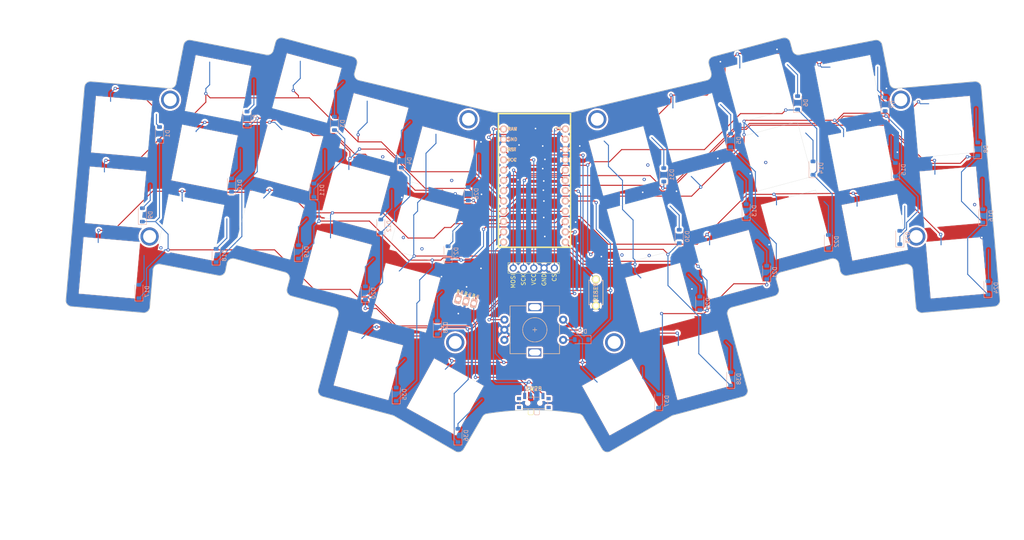
<source format=kicad_pcb>
(kicad_pcb (version 20221018) (generator pcbnew)
  (layers (0 "F.Cu" signal) (31 "B.Cu" signal) (34 "B.Paste" user) (35 "F.Paste" user) (36 "B.SilkS" user "B.Silkscreen") (37 "F.SilkS" user "F.Silkscreen") (38 "B.Mask" user) (39 "F.Mask" user) (44 "Edge.Cuts" user))
  (net 0 "")
  (net 1 "col_0")
  (net 2 "Net-(D1-A)")
  (net 3 "col_1")
  (net 4 "Net-(D2-A)")
  (net 5 "col_2")
  (net 6 "Net-(D3-A)")
  (net 7 "col_3")
  (net 8 "Net-(D4-A)")
  (net 9 "col_4")
  (net 10 "Net-(D5-A)")
  (net 11 "col_5")
  (net 12 "Net-(D6-A)")
  (net 13 "col_6")
  (net 14 "Net-(D7-A)")
  (net 15 "col_7")
  (net 16 "Net-(D8-A)")
  (net 17 "Net-(D9-A)")
  (net 18 "Net-(D10-A)")
  (net 19 "Net-(D11-A)")
  (net 20 "Net-(D12-A)")
  (net 21 "Net-(D13-A)")
  (net 22 "Net-(D14-A)")
  (net 23 "Net-(D15-A)")
  (net 24 "Net-(D16-A)")
  (net 25 "Net-(D17-A)")
  (net 26 "Net-(D18-A)")
  (net 27 "Net-(D19-A)")
  (net 28 "Net-(D20-A)")
  (net 29 "Net-(D21-A)")
  (net 30 "Net-(D22-A)")
  (net 31 "Net-(D23-A)")
  (net 32 "Net-(D24-A)")
  (net 33 "Net-(D26-A)")
  (net 34 "Net-(D27-A)")
  (net 35 "Net-(D28-A)")
  (net 36 "Net-(D29-A)")
  (net 37 "Net-(D30-A)")
  (net 38 "Net-(D31-A)")
  (net 39 "Net-(D35-A)")
  (net 40 "Net-(D36-A)")
  (net 41 "Net-(D37-A)")
  (net 42 "Net-(D38-A)")
  (net 43 "SCK")
  (net 44 "3V3")
  (net 45 "GND")
  (net 46 "NVCS")
  (net 47 "row_0")
  (net 48 "row_1")
  (net 49 "row_2")
  (net 51 "bat+")
  (net 52 "RAW")
  (net 53 "row_3")
  (net 54 "row_4")
  (net 55 "MOSI")
  (net 56 "RESET")
  (net 57 "Net-(D25-A)")
  (net 58 "EncL")
  (net 59 "EncR")
  (footprint "Button_Switch_SMD:SW_SPDT_PCM12" (layer "F.Cu") (at 153.75 117.025)
    (fp_text reference "SW25")
    (fp_text value "SW_SPDT")
  )
  (footprint "Alaa:empty20x20" (layer "F.Cu") (at 105.206065 83.163405 -15)
    (fp_text reference "SW20" hide)
    (fp_text value "SW_Push" hide)
    (fp_rect (start 7.01 -7) (end -7 7.05) (stroke (width 0.05)) (fill none) (layer "Edge.Cuts"))
  )
  (footprint "" (layer "F.Cu") (at 244.348 42.418)
    (fp_text reference "")
    (fp_text value "")
  )
  (footprint "Alaa:RotaryEncoder_Alps_EC11E-Switch_Vertical_H20mm-keebio_modified" (layer "F.Cu") (at 154 99.25)
    (fp_text reference "SW26" hide)
    (fp_text value "Rotary_Encoder_Switch")
  )
  (footprint "Alaa:empty20x20" (layer "F.Cu") (at 52.049337 49.042558 -5)
    (fp_text reference "SW1" hide)
    (fp_text value "SW_Push" hide)
    (fp_rect (start 7.01 -7) (end -7 7.05) (stroke (width 0.05)) (fill none) (layer "Edge.Cuts"))
  )
  (footprint "" (layer "F.Cu") (at 135.636 47.244)
    (fp_text reference "")
    (fp_text value "")
  )
  (footprint "Alaa:empty20x20" (layer "F.Cu") (at 201.846839 83.163405 15)
    (fp_text reference "SW21" hide)
    (fp_text value "SW_Push" hide)
    (fp_rect (start 7.01 -7) (end -7 7.05) (stroke (width 0.05)) (fill none) (layer "Edge.Cuts"))
  )
  (footprint "Alaa:empty20x20" (layer "F.Cu") (at 237.896639 73.943184 11)
    (fp_text reference "SW23" hide)
    (fp_text value "SW_Push" hide)
    (fp_rect (start 7.01 -7) (end -7 7.05) (stroke (width 0.05)) (fill none) (layer "Edge.Cuts"))
  )
  (footprint "Alaa:empty20x20" (layer "F.Cu") (at 231.218324 39.586233 11)
    (fp_text reference "SW7" hide)
    (fp_text value "SW_Push" hide)
    (fp_rect (start 7.01 -7) (end -7 7.05) (stroke (width 0.05)) (fill none) (layer "Edge.Cuts"))
  )
  (footprint "Alaa:empty20x20" (layer "F.Cu") (at 175.824411 57.524894 15)
    (fp_text reference "SW32" hide)
    (fp_text value "SW_Push" hide)
    (fp_rect (start 7.01 -7) (end -7 7.05) (stroke (width 0.05)) (fill none) (layer "Edge.Cuts"))
  )
  (footprint "Alaa:3JST_BAT" (layer "F.Cu") (at 137.006148 92.192362 165)
    (fp_text reference "J1" hide)
    (fp_text value "Conn_01x08_Female" hide)
  )
  (footprint "Alaa:empty20x20" (layer "F.Cu") (at 112.914267 108.004888 -15)
    (fp_text reference "SW37" hide)
    (fp_text value "SW_Push" hide)
    (fp_rect (start 7.01 -7) (end -7 7.05) (stroke (width 0.05)) (fill none) (layer "Edge.Cuts"))
  )
  (footprint "Alaa:empty20x20" (layer "F.Cu") (at 184.883078 91.332298 15)
    (fp_text reference "SW30" hide)
    (fp_text value "SW_Push" hide)
    (fp_rect (start 7.01 -7) (end -7 7.05) (stroke (width 0.05)) (fill none) (layer "Edge.Cuts"))
  )
  (footprint "Alaa:empty20x20" (layer "F.Cu") (at 256.528792 66.475965 5)
    (fp_text reference "SW16" hide)
    (fp_text value "SW_Push" hide)
    (fp_rect (start 7.01 -7) (end -7 7.05) (stroke (width 0.05)) (fill none) (layer "Edge.Cuts"))
  )
  (footprint "Alaa:empty20x20" (layer "F.Cu") (at 192.788172 49.356002 15)
    (fp_text reference "SW5" hide)
    (fp_text value "SW_Push" hide)
    (fp_rect (start 7.01 -7) (end -7 7.05) (stroke (width 0.05)) (fill none) (layer "Edge.Cuts"))
  )
  (footprint "" (layer "F.Cu") (at 248.158 76.2)
    (fp_text reference "")
    (fp_text value "")
  )
  (footprint "Alaa:ResetSW" (layer "F.Cu") (at 169.076 90.043 90)
    (fp_text reference "SW34" hide)
    (fp_text value "SW_Push")
  )
  (footprint "Alaa:empty20x20" (layer "F.Cu") (at 109.735398 66.259703 -15)
    (fp_text reference "SW12" hide)
    (fp_text value "SW_Push" hide)
    (fp_rect (start 7.01 -7) (end -7 7.05) (stroke (width 0.05)) (fill none) (layer "Edge.Cuts"))
  )
  (footprint "Alaa:empty20x20" (layer "F.Cu") (at 75.83458 39.586233 -11)
    (fp_text reference "SW2" hide)
    (fp_text value "SW_Push" hide)
    (fp_rect (start 7.01 -7) (end -7 7.05) (stroke (width 0.05)) (fill none) (layer "Edge.Cuts"))
  )
  (footprint "Alaa:empty20x20" (layer "F.Cu") (at 213.828333 56.400441 15)
    (fp_text reference "SW14" hide)
    (fp_text value "SW_Push" hide)
    (fp_rect (start 7.01 -7) (end -7 7.05) (stroke (width 0.05)) (fill none) (layer "Edge.Cuts"))
  )
  (footprint "Alaa:empty20x20" (layer "F.Cu") (at 88.695237 73.304143 -15)
    (fp_text reference "SW19" hide)
    (fp_text value "SW_Push" hide)
    (fp_rect (start 7.01 -7) (end -7 7.05) (stroke (width 0.05)) (fill none) (layer "Edge.Cuts"))
  )
  (footprint "Alaa:empty20x20" (layer "F.Cu") (at 114.264732 49.356002 -15)
    (fp_text reference "SW4" hide)
    (fp_text value "SW_Push" hide)
    (fp_rect (start 7.01 -7) (end -7 7.05) (stroke (width 0.05)) (fill none) (layer "Edge.Cuts"))
  )
  (footprint "Alaa:empty20x20" (layer "F.Cu") (at 97.753904 39.496739 -15)
    (fp_text reference "SW3" hide)
    (fp_text value "SW_Push" hide)
    (fp_rect (start 7.01 -7) (end -7 7.05) (stroke (width 0.05)) (fill none) (layer "Edge.Cuts"))
  )
  (footprint "Alaa:empty20x20" (layer "F.Cu") (at 69.156265 73.943184 -11)
    (fp_text reference "SW18" hide)
    (fp_text value "SW_Push" hide)
    (fp_rect (start 7.01 -7) (end -7 7.05) (stroke (width 0.05)) (fill none) (layer "Edge.Cuts"))
  )
  (footprint "Alaa:empty20x20" (layer "F.Cu") (at 197.317505 66.259703 15)
    (fp_text reference "SW13" hide)
    (fp_text value "SW_Push" hide)
    (fp_rect (start 7.01 -7) (end -7 7.05) (stroke (width 0.05)) (fill none) (layer "Edge.Cuts"))
  )
  (footprint "Alaa:empty20x20" (layer "F.Cu") (at 175.161446 115.807411 29)
    (fp_text reference "SW39" hide)
    (fp_text value "SW_Push" hide)
    (fp_rect (start 7.01 -7) (end -7 7.05) (stroke (width 0.05)) (fill none) (layer "Edge.Cuts"))
  )
  (footprint "Alaa:empty20x20" (layer "F.Cu") (at 126.69916 74.428596 -15)
    (fp_text reference "SW28" hide)
    (fp_text value "SW_Push" hide)
    (fp_rect (start 7.01 -7) (end -7 7.05) (stroke (width 0.05)) (fill none) (layer "Edge.Cuts"))
  )
  (footprint "" (layer "F.Cu") (at 169.418 47.244)
    (fp_text reference "")
    (fp_text value "")
  )
  (footprint "" (layer "F.Cu") (at 174.498 102.362)
    (fp_text reference "")
    (fp_text value "")
  )
  (footprint "Alaa:empty20x20" (layer "F.Cu") (at 209.299 39.496739 15)
    (fp_text reference "SW6" hide)
    (fp_text value "SW_Push" hide)
    (fp_rect (start 7.01 -7) (end -7 7.05) (stroke (width 0.05)) (fill none) (layer "Edge.Cuts"))
  )
  (footprint "Alaa:empty20x20" (layer "F.Cu") (at 50.524112 66.475965 -5)
    (fp_text reference "SW9" hide)
    (fp_text value "SW_Push" hide)
    (fp_rect (start 7.01 -7) (end -7 7.05) (stroke (width 0.05)) (fill none) (layer "Edge.Cuts"))
  )
  (footprint "Alaa:empty20x20" (layer "F.Cu") (at 48.998886 83.909372 -5)
    (fp_text reference "SW17" hide)
    (fp_text value "SW_Push" hide)
    (fp_rect (start 7.01 -7) (end -7 7.05) (stroke (width 0.05)) (fill none) (layer "Edge.Cuts"))
  )
  (footprint "Alaa:empty20x20" (layer "F.Cu") (at 72.495422 56.764708 -11)
    (fp_text reference "SW10" hide)
    (fp_text value "SW_Push" hide)
    (fp_rect (start 7.01 -7) (end -7 7.05) (stroke (width 0.05)) (fill none) (layer "Edge.Cuts"))
  )
  (footprint "Alaa:empty20x20" (layer "F.Cu") (at 194.138637 108.004888 15)
    (fp_text reference "SW40" hide)
    (fp_text value "SW_Push" hide)
    (fp_rect (start 7.01 -7) (end -7 7.05) (stroke (width 0.05)) (fill none) (layer "Edge.Cuts"))
  )
  (footprint "Alaa:empty20x20" (layer "F.Cu") (at 131.228493 57.524894 -15)
    (fp_text reference "SW27" hide)
    (fp_text value "SW_Push" hide)
    (fp_rect (start 7.01 -7) (end -7 7.05) (stroke (width 0.05)) (fill none) (layer "Edge.Cuts"))
  )
  (footprint "Alaa:empty20x20" (layer "F.Cu") (at 122.169826 91.332298 -15)
    (fp_text reference "SW29" hide)
    (fp_text value "SW_Push" hide)
    (fp_rect (start 7.01 -7) (end -7 7.05) (stroke (width 0.05)) (fill none) (layer "Edge.Cuts"))
  )
  (footprint "Alaa:empty20x20" (layer "F.Cu") (at 255.003567 49.042558 5)
    (fp_text reference "SW8" hide)
    (fp_text value "SW_Push" hide)
    (fp_rect (start 7.01 -7) (end -7 7.05) (stroke (width 0.05)) (fill none) (layer "Edge.Cuts"))
  )
  (footprint "" (layer "F.Cu") (at 134.366 102.362)
    (fp_text reference "")
    (fp_text value "")
  )
  (footprint "Alaa:empty20x20" (layer "F.Cu") (at 234.557482 56.764708 11)
    (fp_text reference "SW15" hide)
    (fp_text value "SW_Push" hide)
    (fp_rect (start 7.01 -7) (end -7 7.05) (stroke (width 0.05)) (fill none) (layer "Edge.Cuts"))
  )
  (footprint "Alaa:empty20x20" (layer "F.Cu") (at 180.353744 74.428596 15)
    (fp_text reference "SW31" hide)
    (fp_text value "SW_Push" hide)
    (fp_rect (start 7.01 -7) (end -7 7.05) (stroke (width 0.05)) (fill none) (layer "Edge.Cuts"))
  )
  (footprint "Alaa:nice_view" (layer "F.Cu") (at 153.75 67.5)
    (fp_text reference "Display1" hide)
    (fp_text value "nice!view" hide)
  )
  (footprint "Alaa:empty20x20" (layer "F.Cu") (at 258.054018 83.909372 5)
    (fp_text reference "SW24" hide)
    (fp_text value "SW_Push" hide)
    (fp_rect (start 7.01 -7) (end -7 7.05) (stroke (width 0.05)) (fill none) (layer "Edge.Cuts"))
  )
  (footprint "Alaa:empty20x20" (layer "F.Cu") (at 131.891458 115.807411 -29)
    (fp_text reference "SW38" hide)
    (fp_text value "SW_Push" hide)
    (fp_rect (start 7.01 -7) (end -7 7.05) (stroke (width 0.05)) (fill none) (layer "Edge.Cuts"))
  )
  (footprint "Alaa:empty20x20" (layer "F.Cu") (at 93.224571 56.400441 -15)
    (fp_text reference "SW11" hide)
    (fp_text value "SW_Push" hide)
    (fp_rect (start 7.01 -7) (end -7 7.05) (stroke (width 0.05)) (fill none) (layer "Edge.Cuts"))
  )
  (footprint "Alaa:empty20x20" (layer "F.Cu") (at 218.357667 73.304143 15)
    (fp_text reference "SW22" hide)
    (fp_text value "SW_Push" hide)
    (fp_rect (start 7.01 -7) (end -7 7.05) (stroke (width 0.05)) (fill none) (layer "Edge.Cuts"))
  )
  (footprint "" (layer "F.Cu") (at 64.008 42.418)
    (fp_text reference "")
    (fp_text value "")
  )
  (footprint "" (layer "F.Cu") (at 58.928 76.2)
    (fp_text reference "")
    (fp_text value "")
  )
  (footprint "Diode_SMD:D_SOD-123" (layer "B.Cu") (at 222.67 59.31 90)
    (fp_text reference "D14")
    (fp_text value "1N4148")
  )
  (footprint "Diode_SMD:D_SOD-123" (layer "B.Cu") (at 206.16 69.85 90)
    (fp_text reference "D13")
    (fp_text value "1N4148")
  )
  (footprint "Diode_SMD:D_SOD-123" (layer "B.Cu") (at 57.15 70.866 90)
    (fp_text reference "D9")
    (fp_text value "1N4148")
  )
  (footprint "Diode_SMD:D_SOD-123" (layer "B.Cu") (at 185.84 60.96 90)
    (fp_text reference "D31")
    (fp_text value "1N4148")
  )
  (footprint "Diode_SMD:D_SOD-123" (layer "B.Cu") (at 112.18 90.17 90)
    (fp_text reference "D20")
    (fp_text value "1N4148")
  )
  (footprint "Diode_SMD:D_SOD-123" (layer "B.Cu") (at 202.35 111.38 90)
    (fp_text reference "D38")
    (fp_text value "1N4148")
  )
  (footprint "Diode_SMD:D_SOD-123" (layer "B.Cu") (at 194.73 92.71 90)
    (fp_text reference "D29")
    (fp_text value "1N4148")
  )
  (footprint "Diode_SMD:D_SOD-123" (layer "B.Cu") (at 137.58 65.66 90)
    (fp_text reference "D26")
    (fp_text value "1N4148")
  )
  (footprint "Diode_SMD:D_SOD-123" (layer "B.Cu") (at 218.86 43.18 90)
    (fp_text reference "D6")
    (fp_text value "1N4148")
  )
  (footprint "Diode_SMD:D_SOD-123" (layer "B.Cu") (at 99.48 64.77 90)
    (fp_text reference "D11")
    (fp_text value "1N4148")
  )
  (footprint "Diode_SMD:D_SOD-123" (layer "B.Cu") (at 104.56 48.26 90)
    (fp_text reference "D3")
    (fp_text value "1N4148")
  )
  (footprint "Diode_SMD:D_SOD-123" (layer "B.Cu") (at 165.52 101.68 180)
    (fp_text reference "D25")
    (fp_text value "1N4148")
  )
  (footprint "Diode_SMD:D_SOD-123" (layer "B.Cu") (at 79.16 63.5 90)
    (fp_text reference "D10")
    (fp_text value "1N4148")
  )
  (footprint "Diode_SMD:D_SOD-123" (layer "B.Cu") (at 115.99 73.66 90)
    (fp_text reference "D12")
    (fp_text value "1N4148")
  )
  (footprint "Diode_SMD:D_SOD-123" (layer "B.Cu") (at 129.96 98.68 90)
    (fp_text reference "D28")
    (fp_text value "1N4148")
  )
  (footprint "Diode_SMD:D_SOD-123" (layer "B.Cu") (at 265.85 88.9 90)
    (fp_text reference "D24")
    (fp_text value "1N4148")
  )
  (footprint "Diode_SMD:D_SOD-123" (layer "B.Cu") (at 264.58 71.12 90)
    (fp_text reference "D16")
    (fp_text value "1N4148")
  )
  (footprint "Diode_SMD:D_SOD-123" (layer "B.Cu") (at 75.35 80.9 90)
    (fp_text reference "D18")
    (fp_text value "1N4148")
  )
  (footprint "Diode_SMD:D_SOD-123" (layer "B.Cu") (at 189.65 76.2 90)
    (fp_text reference "D30")
    (fp_text value "1N4148")
  )
  (footprint "Diode_SMD:D_SOD-123" (layer "B.Cu") (at 263.31 54.61 90)
    (fp_text reference "D8")
    (fp_text value "1N4148")
  )
  (footprint "Diode_SMD:D_SOD-123" (layer "B.Cu") (at 211.24 85.09 90)
    (fp_text reference "D21")
    (fp_text value "1N4148")
  )
  (footprint "Diode_SMD:D_SOD-123" (layer "B.Cu") (at 121.07 57.53 90)
    (fp_text reference "D4")
    (fp_text value "1N4148")
  )
  (footprint "Diode_SMD:D_SOD-123" (layer "B.Cu") (at 240.45 43.56 90)
    (fp_text reference "D7")
    (fp_text value "1N4148")
  )
  (footprint "Button_Switch_SMD:SW_SPDT_PCM12" (layer "B.Cu") (at 153.754418 117.027091 180)
    (fp_text reference "SW33")
    (fp_text value "SW_SPDT")
  )
  (footprint "Alaa:nice_nano" (layer "B.Cu") (at 153.924 63.62675 -90)
    (fp_text reference "U1" hide)
    (fp_text value "nice_nano" hide)
  )
  (footprint "Diode_SMD:D_SOD-123" (layer "B.Cu") (at 132.588 80.264 90)
    (fp_text reference "D27")
    (fp_text value "1N4148")
  )
  (footprint "Diode_SMD:D_SOD-123" (layer "B.Cu") (at 202.35 52.45 90)
    (fp_text reference "D5")
    (fp_text value "1N4148")
  )
  (footprint "Diode_SMD:D_SOD-123" (layer "B.Cu") (at 95.67 80.01 90)
    (fp_text reference "D19")
    (fp_text value "1N4148")
  )
  (footprint "Diode_SMD:D_SOD-123" (layer "B.Cu") (at 242.99 59.69 90)
    (fp_text reference "D15")
    (fp_text value "1N4148")
  )
  (footprint "Diode_SMD:D_SOD-123" (layer "B.Cu") (at 135.04 125.35 90)
    (fp_text reference "D36")
    (fp_text value "1N4148")
  )
  (footprint "Diode_SMD:D_SOD-123" (layer "B.Cu") (at 244.094 76.454 90)
    (fp_text reference "D23")
    (fp_text value "1N4148")
  )
  (footprint "Diode_SMD:D_SOD-123" (layer "B.Cu") (at 226.48 77.47 90)
    (fp_text reference "D22")
    (fp_text value "1N4148")
  )
  (footprint "Diode_SMD:D_SOD-123" (layer "B.Cu") (at 82.97 46.99 90)
    (fp_text reference "D2")
    (fp_text value "1N4148")
  )
  (footprint "Diode_SMD:D_SOD-123" (layer "B.Cu") (at 119.8 115.19 90)
    (fp_text reference "D35")
    (fp_text value "1N4148")
  )
  (footprint "Diode_SMD:D_SOD-123" (layer "B.Cu") (at 184.57 116.84 90)
    (fp_text reference "D37")
    (fp_text value "1N4148")
  )
  (footprint "Diode_SMD:D_SOD-123" (layer "B.Cu") (at 61.38 50.8 90)
    (fp_text reference "D1")
    (fp_text value "1N4148")
  )
  (footprint "Diode_SMD:D_SOD-123" (layer "B.Cu") (at 56.3 89.79 90)
    (fp_text reference "D17")
    (fp_text value "1N4148")
  )
  (gr_arc (start 118.903037 120.376446) (mid 119.088832 120.439518) (end 119.264808 120.526297) (stroke (width 0.15)) (layer "Edge.Cuts"))
  (gr_arc (start 227.17664 81.707978) (mid 228.359775 81.884778) (end 229.03731 82.870653) (stroke (width 0.15)) (layer "Edge.Cuts"))
  (gr_line (start 229.03731 82.870653) (end 229.385916 84.66408) (stroke (width 0.15)) (layer "Edge.Cuts"))
  (gr_arc (start 201.570194 95.557319) (mid 201.720049 94.419094) (end 202.630853 93.720202) (stroke (width 0.15)) (layer "Edge.Cuts"))
  (gr_arc (start 92.378629 85.057977) (mid 93.289456 85.756865) (end 93.43929 86.895094) (stroke (width 0.15)) (layer "Edge.Cuts"))
  (gr_arc (start 214.195957 89.068427) (mid 214.04613 90.206677) (end 213.135297 90.905545) (stroke (width 0.15)) (layer "Edge.Cuts"))
  (gr_line (start 266.633024 67.213266) (end 268.790129 91.869085) (stroke (width 0.15)) (layer "Edge.Cuts"))
  (gr_arc (start 172.65382 129.264075) (mid 171.51558 129.413935) (end 170.604782 128.715037) (stroke (width 0.15)) (layer "Edge.Cuts"))
  (gr_arc (start 187.788096 120.526297) (mid 187.964072 120.439519) (end 188.149868 120.376446) (stroke (width 0.15)) (layer "Edge.Cuts"))
  (gr_line (start 119.264808 120.526297) (end 134.399084 129.264075) (stroke (width 0.15)) (layer "Edge.Cuts"))
  (gr_line (start 90.011765 28.208281) (end 89.47245 30.221031) (stroke (width 0.15)) (layer "Edge.Cuts"))
  (gr_line (start 219.315556 31.305243) (end 237.970393 27.67911) (stroke (width 0.15)) (layer "Edge.Cuts"))
  (gr_arc (start 243.184367 39.601882) (mid 242.150894 39.305557) (end 241.581193 38.393803) (stroke (width 0.15)) (layer "Edge.Cuts"))
  (gr_line (start 77.666987 84.66408) (end 78.015594 82.870653) (stroke (width 0.15)) (layer "Edge.Cuts"))
  (gr_arc (start 58.983625 93.681925) (mid 58.453519 94.700277) (end 57.358599 95.045483) (stroke (width 0.15)) (layer "Edge.Cuts"))
  (gr_line (start 239.729047 28.865337) (end 241.581193 38.393803) (stroke (width 0.15)) (layer "Edge.Cuts"))
  (gr_line (start 196.949882 33.591717) (end 197.532225 35.76505) (stroke (width 0.15)) (layer "Edge.Cuts"))
  (gr_arc (start 101.625809 115.747026) (mid 100.714958 115.048145) (end 100.565149 113.90991) (stroke (width 0.15)) (layer "Edge.Cuts"))
  (gr_line (start 188.149868 120.376446) (end 205.427095 115.747027) (stroke (width 0.15)) (layer "Edge.Cuts"))
  (gr_line (start 61.575666 83.064319) (end 75.908333 85.850307) (stroke (width 0.15)) (layer "Edge.Cuts"))
  (gr_line (start 101.625809 115.747027) (end 118.903036 120.376446) (stroke (width 0.15)) (layer "Edge.Cuts"))
  (gr_arc (start 65.471711 38.393804) (mid 64.901993 39.305537) (end 63.868536 39.601882) (stroke (width 0.15)) (layer "Edge.Cuts"))
  (gr_arc (start 213.613614 86.895095) (mid 213.763482 85.756887) (end 214.674274 85.057977) (stroke (width 0.15)) (layer "Edge.Cuts"))
  (gr_line (start 109.042362 31.7546) (end 91.848882 27.14762) (stroke (width 0.15)) (layer "Edge.Cuts"))
  (gr_line (start 214.195957 89.068427) (end 213.613614 86.895094) (stroke (width 0.15)) (layer "Edge.Cuts"))
  (gr_arc (start 142.243164 119.987345) (mid 153.526452 119.078933) (end 164.80974 119.987345) (stroke (width 0.15)) (layer "Edge.Cuts"))
  (gr_arc (start 249.694305 95.045483) (mid 248.599411 94.700245) (end 248.069279 93.681925) (stroke (width 0.15)) (layer "Edge.Cuts"))
  (gr_arc (start 109.042362 31.754599) (mid 109.953158 32.453494) (end 110.103022 33.591717) (stroke (width 0.15)) (layer "Edge.Cuts"))
  (gr_arc (start 110.581339 37.602168) (mid 109.67056 36.903273) (end 109.520679 35.76505) (stroke (width 0.15)) (layer "Edge.Cuts"))
  (gr_line (start 110.581339 37.602167) (end 143.950203 45.524894) (stroke (width 0.15)) (layer "Edge.Cuts"))
  (gr_line (start 215.204022 27.14762) (end 198.010542 31.7546) (stroke (width 0.15)) (layer "Edge.Cuts"))
  (gr_line (start 93.43929 86.895094) (end 92.856947 89.068427) (stroke (width 0.15)) (layer "Edge.Cuts"))
  (gr_line (start 38.262775 91.869085) (end 40.41988 67.213266) (stroke (width 0.15)) (layer "Edge.Cuts"))
  (gr_line (start 65.471711 38.393803) (end 67.323857 28.865337) (stroke (width 0.15)) (layer "Edge.Cuts"))
  (gr_line (start 217.580454 30.221031) (end 217.041139 28.208281) (stroke (width 0.15)) (layer "Edge.Cuts"))
  (gr_arc (start 59.795161 84.406027) (mid 60.38673 83.338809) (end 61.575666 83.064319) (stroke (width 0.15)) (layer "Edge.Cuts"))
  (gr_arc (start 268.790129 91.869086) (mid 268.444897 92.963999) (end 267.42657 93.494111) (stroke (width 0.15)) (layer "Edge.Cuts"))
  (gr_line (start 100.565149 113.90991) (end 105.482711 95.557319) (stroke (width 0.15)) (layer "Edge.Cuts"))
  (gr_line (start 69.082511 27.67911) (end 87.737348 31.305243) (stroke (width 0.15)) (layer "Edge.Cuts"))
  (gr_line (start 202.630853 93.720202) (end 213.135297 90.905545) (stroke (width 0.15)) (layer "Edge.Cuts"))
  (gr_line (start 201.570193 95.557319) (end 206.487755 113.90991) (stroke (width 0.15)) (layer "Edge.Cuts"))
  (gr_arc (start 196.949881 33.591716) (mid 197.099738 32.453489) (end 198.010542 31.754599) (stroke (width 0.15)) (layer "Edge.Cuts"))
  (gr_arc (start 237.970392 27.67911) (mid 239.095402 27.907995) (end 239.729047 28.865337) (stroke (width 0.15)) (layer "Edge.Cuts"))
  (gr_line (start 172.65382 129.264075) (end 187.788096 120.526297) (stroke (width 0.15)) (layer "Edge.Cuts"))
  (gr_arc (start 93.917607 90.905545) (mid 93.006799 90.206662) (end 92.856947 89.068427) (stroke (width 0.15)) (layer "Edge.Cuts"))
  (gr_arc (start 136.448122 128.715037) (mid 135.537313 129.413898) (end 134.399084 129.264075) (stroke (width 0.15)) (layer "Edge.Cuts"))
  (gr_line (start 264.188306 39.270005) (end 266.489217 65.569545) (stroke (width 0.15)) (layer "Edge.Cuts"))
  (gr_arc (start 141.100197 120.729202) (mid 141.582584 120.22101) (end 142.243164 119.987344) (stroke (width 0.15)) (layer "Edge.Cuts"))
  (gr_line (start 165.952707 120.729202) (end 170.604782 128.715037) (stroke (width 0.15)) (layer "Edge.Cuts"))
  (gr_line (start 163.105631 45.531146) (end 196.471564 37.602167) (stroke (width 0.15)) (layer "Edge.Cuts"))
  (gr_arc (start 42.864598 39.270005) (mid 43.394709 38.251673) (end 44.489624 37.906447) (stroke (width 0.15)) (layer "Edge.Cuts"))
  (gr_arc (start 262.56328 37.906447) (mid 263.658175 38.25168) (end 264.188306 39.270005) (stroke (width 0.15)) (layer "Edge.Cuts"))
  (gr_arc (start 219.315556 31.305242) (mid 218.234439 31.104895) (end 217.580454 30.221031) (stroke (width 0.15)) (layer "Edge.Cuts"))
  (gr_arc (start 197.532224 35.765051) (mid 197.382385 36.903298) (end 196.471564 37.602167) (stroke (width 0.15)) (layer "Edge.Cuts"))
  (gr_arc (start 104.422051 93.720201) (mid 105.332853 94.419094) (end 105.482711 95.557319) (stroke (width 0.15)) (layer "Edge.Cuts"))
  (gr_line (start 243.184367 39.601882) (end 262.56328 37.906447) (stroke (width 0.15)) (layer "Edge.Cuts"))
  (gr_arc (start 245.477237 83.064319) (mid 246.666218 83.338782) (end 247.257743 84.406026) (stroke (width 0.15)) (layer "Edge.Cuts"))
  (gr_arc (start 77.666988 84.66408) (mid 77.033345 85.621467) (end 75.908333 85.850307) (stroke (width 0.15)) (layer "Edge.Cuts"))
  (gr_line (start 231.144571 85.850307) (end 245.477238 83.064319) (stroke (width 0.15)) (layer "Edge.Cuts"))
  (gr_arc (start 231.144571 85.850307) (mid 230.019602 85.621401) (end 229.385916 84.66408) (stroke (width 0.15)) (layer "Edge.Cuts"))
  (gr_line (start 40.563687 65.569545) (end 42.864598 39.270005) (stroke (width 0.15)) (layer "Edge.Cuts"))
  (gr_line (start 136.448122 128.715037) (end 141.100197 120.729202) (stroke (width 0.15)) (layer "Edge.Cuts"))
  (gr_arc (start 206.487755 113.909909) (mid 206.337884 115.048109) (end 205.427095 115.747027) (stroke (width 0.15)) (layer "Edge.Cuts"))
  (gr_arc (start 67.323857 28.865338) (mid 67.957508 27.907993) (end 69.082511 27.67911) (stroke (width 0.15)) (layer "Edge.Cuts"))
  (gr_line (start 249.694305 95.045483) (end 267.42657 93.494111) (stroke (width 0.15)) (layer "Edge.Cuts"))
  (gr_line (start 40.563687 65.569545) (end 40.41988 67.213266) (stroke (width 0.15)) (layer "Edge.Cuts"))
  (gr_line (start 266.633024 67.213266) (end 266.489217 65.569545) (stroke (width 0.15)) (layer "Edge.Cuts"))
  (gr_arc (start 78.015594 82.870653) (mid 78.693163 81.884834) (end 79.876264 81.707978) (stroke (width 0.15)) (layer "Edge.Cuts"))
  (gr_arc (start 215.204022 27.14762) (mid 216.342279 27.297445) (end 217.041139 28.208281) (stroke (width 0.15)) (layer "Edge.Cuts"))
  (gr_line (start 79.876264 81.707978) (end 92.37863 85.057977) (stroke (width 0.15)) (layer "Edge.Cuts"))
  (gr_line (start 214.674274 85.057977) (end 227.17664 81.707978) (stroke (width 0.15)) (layer "Edge.Cuts"))
  (gr_line (start 143.950203 45.524894) (end 163.105631 45.531146) (stroke (width 0.15)) (layer "Edge.Cuts"))
  (gr_line (start 58.983625 93.681925) (end 59.795161 84.406026) (stroke (width 0.15)) (layer "Edge.Cuts"))
  (gr_arc (start 39.626333 93.494111) (mid 38.608 92.964) (end 38.262775 91.869085) (stroke (width 0.15)) (layer "Edge.Cuts"))
  (gr_arc (start 164.809739 119.987343) (mid 165.470333 120.220988) (end 165.952707 120.729202) (stroke (width 0.15)) (layer "Edge.Cuts"))
  (gr_line (start 44.489624 37.906447) (end 63.868536 39.601882) (stroke (width 0.15)) (layer "Edge.Cuts"))
  (gr_arc (start 90.011765 28.208281) (mid 90.710651 27.297441) (end 91.848882 27.14762) (stroke (width 0.15)) (layer "Edge.Cuts"))
  (gr_arc (start 89.47245 30.22103) (mid 88.818439 31.104854) (end 87.737348 31.305243) (stroke (width 0.15)) (layer "Edge.Cuts"))
  (gr_line (start 93.917607 90.905545) (end 104.42205 93.720202) (stroke (width 0.15)) (layer "Edge.Cuts"))
  (gr_line (start 39.626333 93.494111) (end 57.358599 95.045483) (stroke (width 0.15)) (layer "Edge.Cuts"))
  (gr_line (start 247.257743 84.406026) (end 248.069279 93.681925) (stroke (width 0.15)) (layer "Edge.Cuts"))
  (gr_line (start 109.520679 35.76505) (end 110.103022 33.591717) (stroke (width 0.15)) (layer "Edge.Cuts"))
  (segment (start 161.544 67.43675) (end 168.78275 67.43675) (width 0.25) (layer "F.Cu") (net 1))
  (segment (start 112.724693 91.134693) (end 119.888 98.298) (width 0.25) (layer "F.Cu") (net 1))
  (segment (start 168.78275 67.43675) (end 169.164 67.818) (width 0.25) (layer "F.Cu") (net 1))
  (segment (start 63.5 79.502) (end 89.789 79.502) (width 0.25) (layer "F.Cu") (net 1))
  (segment (start 108.458 89.281) (end 110.311693 91.134693) (width 0.25) (layer "F.Cu") (net 1))
  (segment (start 89.789 79.502) (end 99.568 89.281) (width 0.25) (layer "F.Cu") (net 1))
  (segment (start 138.555604 98.298) (end 147.318604 89.535) (width 0.25) (layer "F.Cu") (net 1))
  (segment (start 99.568 89.281) (end 108.458 89.281) (width 0.25) (layer "F.Cu") (net 1))
  (segment (start 110.311693 91.134693) (end 112.724693 91.134693) (width 0.25) (layer "F.Cu") (net 1))
  (segment (start 119.888 98.298) (end 138.555604 98.298) (width 0.25) (layer "F.Cu") (net 1))
  (segment (start 147.318604 89.535) (end 172.593 89.535) (width 0.25) (layer "F.Cu") (net 1))
  (via (at 169.164 67.818) (size 0.8) (drill 0.4) (layers "F.Cu" "B.Cu") (net 1))
  (via (at 172.72 89.535) (size 0.8) (drill 0.4) (layers "F.Cu" "B.Cu") (net 1))
  (via (at 63.5 79.502) (size 0.8) (drill 0.4) (layers "F.Cu" "B.Cu") (net 1))
  (segment (start 58.166 84.074) (end 62.738 79.502) (width 0.25) (layer "B.Cu") (net 1))
  (segment (start 63.5 75.652) (end 60.364 72.516) (width 0.25) (layer "B.Cu") (net 1))
  (segment (start 56.3 91.44) (end 58.166 89.574) (width 0.25) (layer "B.Cu") (net 1))
  (segment (start 172.678544 89.493544) (end 172.678544 77.936544) (width 0.25) (layer "B.Cu") (net 1))
  (segment (start 61.38 52.45) (end 61.38 71.5) (width 0.25) (layer "B.Cu") (net 1))
  (segment (start 58.166 89.574) (end 58.166 84.074) (width 0.25) (layer "B.Cu") (net 1))
  (segment (start 62.738 79.502) (end 63.5 79.502) (width 0.25) (layer "B.Cu") (net 1))
  (segment (start 61.38 71.5) (end 60.364 72.516) (width 0.25) (layer "B.Cu") (net 1))
  (segment (start 167.17 101.68) (end 167.56 101.68) (width 0.25) (layer "B.Cu") (net 1))
  (segment (start 169.164 74.422) (end 169.164 67.818) (width 0.25) (layer "B.Cu") (net 1))
  (segment (start 172.678544 89.576456) (end 172.72 89.535) (width 0.25) (layer "B.Cu") (net 1))
  (segment (start 60.364 72.516) (end 57.15 72.516) (width 0.25) (layer "B.Cu") (net 1))
  (segment (start 169.164 74.422) (end 172.678544 77.936544) (width 0.25) (layer "B.Cu") (net 1))
  (segment (start 172.678544 96.561456) (end 172.678544 89.576456) (width 0.25) (layer "B.Cu") (net 1))
  (segment (start 172.72 89.535) (end 172.678544 89.493544) (width 0.25) (layer "B.Cu") (net 1))
  (segment (start 167.56 101.68) (end 172.678544 96.561456) (width 0.25) (layer "B.Cu") (net 1))
  (segment (start 63.5 79.502) (end 63.5 75.652) (width 0.25) (layer "B.Cu") (net 1))
  (segment (start 60.619682 48.389682) (end 61.38 49.15) (width 0.25) (layer "B.Cu") (net 2))
  (segment (start 60.619682 46.028043) (end 60.619682 48.389682) (width 0.25) (layer "B.Cu") (net 2))
  (segment (start 138.85 67.31) (end 133.77 67.31) (width 0.25) (layer "F.Cu") (net 3))
  (segment (start 99.48 50.8) (end 95.67 46.99) (width 0.25) (layer "F.Cu") (net 3))
  (segment (start 148.002895 69.97675) (end 146.732645 71.247) (width 0.25) (layer "F.Cu") (net 3))
  (segment (start 142.787 71.247) (end 138.85 67.31) (width 0.25) (layer "F.Cu") (net 3))
  (segment (start 104.56 50.8) (end 99.48 50.8) (width 0.25) (layer "F.Cu") (net 3))
  (segment (start 124.46 64.77) (end 119.38 59.69) (width 0.25) (layer "F.Cu") (net 3))
  (segment (start 146.732645 71.247) (end 142.787 71.247) (width 0.25) (layer "F.Cu") (net 3))
  (segment (start 115.99 59.69) (end 112.18 55.88) (width 0.25) (layer "F.Cu") (net 3))
  (segment (start 119.38 59.69) (end 115.99 59.69) (width 0.25) (layer "F.Cu") (net 3))
  (segment (start 133.77 67.31) (end 131.23 64.77) (width 0.25) (layer "F.Cu") (net 3))
  (segment (start 131.23 64.77) (end 124.46 64.77) (width 0.25) (layer "F.Cu") (net 3))
  (segment (start 95.67 46.99) (end 85.51 46.99) (width 0.25) (layer "F.Cu") (net 3))
  (segment (start 161.544 69.97675) (end 148.002895 69.97675) (width 0.25) (layer "F.Cu") (net 3))
  (segment (start 112.18 55.88) (end 109.64 55.88) (width 0.25) (layer "F.Cu") (net 3))
  (segment (start 109.64 55.88) (end 104.56 50.8) (width 0.25) (layer "F.Cu") (net 3))
  (via (at 85.51 46.99) (size 0.8) (drill 0.4) (layers "F.Cu" "B.Cu") (net 3))
  (via (at 138.85 67.31) (size 0.8) (drill 0.4) (layers "F.Cu" "B.Cu") (net 3))
  (segment (start 85.51 46.99) (end 85.51 60.180024) (width 0.25) (layer "B.Cu") (net 3))
  (segment (start 137.58 67.31) (end 138.85 67.31) (width 0.25) (layer "B.Cu") (net 3))
  (segment (start 83.86 48.64) (end 85.51 46.99) (width 0.25) (layer "B.Cu") (net 3))
  (segment (start 82.97 48.64) (end 83.86 48.64) (width 0.25) (layer "B.Cu") (net 3))
  (segment (start 80.540024 65.15) (end 81.7 63.990024) (width 0.25) (layer "B.Cu") (net 3))
  (segment (start 85.51 60.180024) (end 81.7 63.990024) (width 0.25) (layer "B.Cu") (net 3))
  (segment (start 79.16 65.15) (end 80.540024 65.15) (width 0.25) (layer "B.Cu") (net 3))
  (segment (start 81.7 76.2) (end 75.35 82.55) (width 0.25) (layer "B.Cu") (net 3))
  (segment (start 81.7 63.990024) (end 81.7 76.2) (width 0.25) (layer "B.Cu") (net 3))
  (segment (start 84.673078 37.484076) (end 84.673078 43.636922) (width 0.25) (layer "B.Cu") (net 4))
  (segment (start 84.673078 43.636922) (end 82.97 45.34) (width 0.25) (layer "B.Cu") (net 4))
  (segment (start 130.81 82.042) (end 122.81841 82.042) (width 0.25) (layer "F.Cu") (net 5))
  (segment (start 113.16641 72.39) (end 100.75 72.39) (width 0.25) (layer "F.Cu") (net 5))
  (segment (start 141.91755 73.85545) (end 160.2053 73.85545) (width 0.25) (layer "F.Cu") (net 5))
  (segment (start 135.258016 81.476) (end 131.376 81.476) (width 0.25) (layer "F.Cu") (net 5))
  (segment (start 160.2053 73.85545) (end 161.544 72.51675) (width 0.25) (layer "F.Cu") (net 5))
  (segment (start 131.376 81.476) (end 130.81 82.042) (width 0.25) (layer "F.Cu") (net 5))
  (segment (start 135.824016 82.042) (end 135.258016 81.476) (width 0.25) (layer "F.Cu") (net 5))
  (segment (start 122.81841 82.042) (end 113.16641 72.39) (width 0.25) (layer "F.Cu") (net 5))
  (segment (start 141.351 74.422) (end 141.91755 73.85545) (width 0.25) (layer "F.Cu") (net 5))
  (via (at 128.69 82.042) (size 0.8) (drill 0.4) (layers "F.Cu" "B.Cu") (net 5))
  (via (at 141.351 74.422) (size 0.8) (drill 0.4) (layers "F.Cu" "B.Cu") (net 5))
  (via (at 100.75 72.39) (size 0.8) (drill 0.4) (layers "F.Cu" "B.Cu") (net 5))
  (via (at 135.824016 82.042) (size 0.8) (drill 0.4) (layers "F.Cu" "B.Cu") (net 5))
  (segment (start 132.716 82.042) (end 132.588 81.914) (width 0.25) (layer "B.Cu") (net 5))
  (segment (start 99.472007 73.667993) (end 99.472007 77.857993) (width 0.25) (layer "B.Cu") (net 5))
  (segment (start 99.48 66.42) (end 99.48 64.490648) (width 0.25) (layer "B.Cu") (net 5))
  (segment (start 107.1 56.870648) (end 107.1 52.07) (width 0.25) (layer "B.Cu") (net 5))
  (segment (start 99.472007 77.857993) (end 95.67 81.66) (width 0.25) (layer "B.Cu") (net 5))
  (segment (start 104.94 49.91) (end 104.56 49.91) (width 0.25) (layer "B.Cu") (net 5))
  (segment (start 100.75 67.69) (end 99.48 66.42) (width 0.25) (layer "B.Cu") (net 5))
  (segment (start 124.88 111.76) (end 119.8 116.84) (width 0.25) (layer "B.Cu") (net 5))
  (segment (start 128.69 83.82) (end 125.584799 86.925201) (width 0.25) (layer "B.Cu") (net 5))
  (segment (start 135.824016 82.042) (end 132.716 82.042) (width 0.25) (layer "B.Cu") (net 5))
  (segment (start 135.824016 82.042) (end 137.924971 82.042) (width 0.25) (layer "B.Cu") (net 5))
  (segment (start 107.1 52.07) (end 104.94 49.91) (width 0.25) (layer "B.Cu") (net 5))
  (segment (start 99.48 64.490648) (end 100.075648 63.895) (width 0.25) (layer "B.Cu") (net 5))
  (segment (start 128.69 82.042) (end 128.69 83.82) (width 0.25) (layer "B.Cu") (net 5))
  (segment (start 125.584799 86.925201) (end 125.584799 92.005201) (width 0.25) (layer "B.Cu") (net 5))
  (segment (start 100.405 63.565648) (end 107.1 56.870648) (width 0.25) (layer "B.Cu") (net 5))
  (segment (start 125.584799 92.005201) (end 124.88 92.71) (width 0.25) (layer "B.Cu") (net 5))
  (segment (start 124.88 92.71) (end 124.88 111.76) (width 0.25) (layer "B.Cu") (net 5))
  (segment (start 100.75 72.39) (end 99.472007 73.667993) (width 0.25) (layer "B.Cu") (net 5))
  (segment (start 100.082817 63.895) (end 100.405 63.572817) (width 0.25) (layer "B.Cu") (net 5))
  (segment (start 137.924971 82.042) (end 141.351 78.615971) (width 0.25) (layer "B.Cu") (net 5))
  (segment (start 100.75 72.39) (end 100.75 67.69) (width 0.25) (layer "B.Cu") (net 5))
  (segment (start 100.075648 63.895) (end 100.082817 63.895) (width 0.25) (layer "B.Cu") (net 5))
  (segment (start 141.351 78.615971) (end 141.351 74.422) (width 0.25) (layer "B.Cu") (net 5))
  (segment (start 100.405 63.572817) (end 100.405 63.565648) (width 0.25) (layer "B.Cu") (net 5))
  (segment (start 106.717511 38.016246) (end 104.56 40.173757) (width 0.25) (layer "B.Cu") (net 6))
  (segment (start 104.56 40.173757) (end 104.56 46.61) (width 0.25) (layer "B.Cu") (net 6))
  (segment (start 137.369788 99.0225) (end 137.095288 98.748) (width 0.25) (layer "F.Cu") (net 7))
  (segment (start 163.957 75.05675) (end 161.544 75.05675) (width 0.25) (layer "F.Cu") (net 7))
  (segment (start 137.369788 99.0225) (end 138.4675 99.0225) (width 0.25) (layer "F.Cu") (net 7))
  (segment (start 119.701604 98.748) (end 114.933604 93.98) (width 0.25) (layer "F.Cu") (net 7))
  (segment (start 147.193 90.297) (end 163.83 90.297) (width 0.25) (layer "F.Cu") (net 7))
  (segment (start 137.095288 98.748) (end 119.701604 98.748) (width 0.25) (layer "F.Cu") (net 7))
  (segment (start 114.933604 93.98) (end 112.18 93.98) (width 0.25) (layer "F.Cu") (net 7))
  (segment (start 138.4675 99.0225) (end 147.193 90.297) (width 0.25) (layer "F.Cu") (net 7))
  (via (at 112.18 93.98) (size 0.8) (drill 0.4) (layers "F.Cu" "B.Cu") (net 7))
  (via (at 163.957 75.05675) (size 0.8) (drill 0.4) (layers "F.Cu" "B.Cu") (net 7))
  (via (at 163.83 90.297) (size 0.8) (drill 0.4) (layers "F.Cu" "B.Cu") (net 7))
  (via (at 137.369788 99.0225) (size 0.8) (drill 0.4) (layers "F.Cu" "B.Cu") (net 7))
  (segment (start 163.449 75.56475) (end 163.449 89.916) (width 0.25) (layer "B.Cu") (net 7))
  (segment (start 163.449 89.916) (end 163.83 90.297) (width 0.25) (layer "B.Cu") (net 7))
  (segment (start 112.18 93.98) (end 112.18 91.82) (width 0.25) (layer "B.Cu") (net 7))
  (segment (start 123.19 66.294) (end 123.19 61.3) (width 0.25) (layer "B.Cu") (net 7))
  (segment (start 134.115 114.971) (end 134.115 126.075) (width 0.25) (layer "B.Cu") (net 7))
  (segment (start 116.435768 75.755768) (end 115.99 75.31) (width 0.25) (layer "B.Cu") (net 7))
  (segment (start 137.58 111.506) (end 134.115 114.971) (width 0.25) (layer "B.Cu") (net 7))
  (segment (start 123.19 61.3) (end 121.07 59.18) (width 0.25) (layer "B.Cu") (net 7))
  (segment (start 136.899288 98.552) (end 131.738 98.552) (width 0.25) (layer "B.Cu") (net 7))
  (segment (start 134.115 126.075) (end 135.04 127) (width 0.25) (layer "B.Cu") (net 7))
  (segment (start 137.58 99.232712) (end 137.58 111.506) (width 0.25) (layer "B.Cu") (net 7))
  (segment (start 131.738 98.552) (end 129.96 100.33) (width 0.25) (layer "B.Cu") (net 7))
  (segment (start 116.435768 87.564232) (end 116.435768 75.755768) (width 0.25) (layer "B.Cu") (net 7))
  (segment (start 119.38 70.104) (end 123.19 66.294) (width 0.25) (layer "B.Cu") (net 7))
  (segment (start 115.99 75.31) (end 119.38 71.92) (width 0.25) (layer "B.Cu") (net 7))
  (segment (start 137.369788 99.0225) (end 137.58 99.232712) (width 0.25) (layer "B.Cu") (net 7))
  (segment (start 112.18 91.82) (end 116.435768 87.564232) (width 0.25) (layer "B.Cu") (net 7))
  (segment (start 137.369788 99.0225) (end 136.899288 98.552) (width 0.25) (layer "B.Cu") (net 7))
  (segment (start 163.957 75.05675) (end 163.449 75.56475) (width 0.25) (layer "B.Cu") (net 7))
  (segment (start 119.38 71.92) (end 119.38 70.104) (width 0.25) (layer "B.Cu") (net 7))
  (segment (start 121.07 50.033848) (end 121.07 55.88) (width 0.25) (layer "B.Cu") (net 8))
  (segment (start 123.228339 47.875509) (end 121.07 50.033848) (width 0.25) (layer "B.Cu") (net 8))
  (segment (start 210.986 87.884) (end 211.24 88.138) (width 0.25) (layer "F.Cu") (net 9))
  (segment (start 203.112 87.884) (end 210.986 87.884) (width 0.25) (layer "F.Cu") (net 9))
  (segment (start 161.544 77.59675) (end 166.28025 82.333) (width 0.25) (layer "F.Cu") (net 9))
  (segment (start 195.746 95.25) (end 196.508 94.488) (width 0.25) (layer "F.Cu") (net 9))
  (segment (start 196.508 94.488) (end 203.112 87.884) (width 0.25) (layer "F.Cu") (net 9))
  (segment (start 166.28025 82.333) (end 193.077 82.333) (width 0.25) (layer "F.Cu") (net 9))
  (segment (start 185.293 95.25) (end 195.746 95.25) (width 0.25) (layer "F.Cu") (net 9))
  (segment (start 193.077 82.333) (end 194.31 83.566) (width 0.25) (layer "F.Cu") (net 9))
  (via (at 196.508 94.488) (size 0.8) (drill 0.4) (layers "F.Cu" "B.Cu") (net 9))
  (via (at 211.24 88.138) (size 0.8) (drill 0.4) (layers "F.Cu" "B.Cu") (net 9))
  (via (at 185.293 95.25) (size 0.8) (drill 0.4) (layers "F.Cu" "B.Cu") (net 9))
  (via (at 194.31 83.566) (size 0.8) (drill 0.4) (layers "F.Cu" "B.Cu") (net 9))
  (segment (start 194.73 94.36) (end 196.508 94.488) (width 0.25) (layer "B.Cu") (net 9))
  (segment (start 196.508 87.034) (end 196.508 94.488) (width 0.25) (layer "B.Cu") (net 9))
  (segment (start 208.446 60.196) (end 202.35 54.1) (width 0.25) (layer "B.Cu") (net 9))
  (segment (start 195.18 85.706) (end 196.508 87.034) (width 0.25) (layer "B.Cu") (net 9))
  (segment (start 213.614 77.978) (end 207.136 71.5) (width 0.25) (layer "B.Cu") (net 9))
  (segment (start 194.31 83.566) (end 195.18 84.436) (width 0.25) (layer "B.Cu") (net 9))
  (segment (start 211.24 86.74) (end 213.614 84.366) (width 0.25) (layer "B.Cu") (net 9))
  (segment (start 184.57 118.49) (end 185.495 117.565) (width 0.25) (layer "B.Cu") (net 9))
  (segment (start 195.18 84.436) (end 195.18 85.706) (width 0.25) (layer "B.Cu") (net 9))
  (segment (start 213.614 84.366) (end 213.614 77.978) (width 0.25) (layer "B.Cu") (net 9))
  (segment (start 207.136 71.5) (end 206.16 71.5) (width 0.25) (layer "B.Cu") (net 9))
  (segment (start 185.495 117.565) (end 185.495 95.452) (width 0.25) (layer "B.Cu") (net 9))
  (segment (start 206.16 71.5) (end 208.446 69.214) (width 0.25) (layer "B.Cu") (net 9))
  (segment (start 208.446 69.214) (end 208.446 60.196) (width 0.25) (layer "B.Cu") (net 9))
  (segment (start 211.24 86.74) (end 211.24 88.138) (width 0.25) (layer "B.Cu") (net 9))
  (segment (start 185.293 95.25) (end 185.495 95.452) (width 0.25) (layer "B.Cu") (net 9))
  (segment (start 199.810637 43.592054) (end 202.35 46.131417) (width 0.25) (layer "B.Cu") (net 10))
  (segment (start 202.35 46.131417) (end 202.35 50.8) (width 0.25) (layer "B.Cu") (net 10))
  (segment (start 146.304 59.81675) (end 147.5053 58.61545) (width 0.25) (layer "F.Cu") (net 11))
  (segment (start 166.97555 58.61545) (end 167.044 58.547) (width 0.25) (layer "F.Cu") (net 11))
  (segment (start 215.05 45.847) (end 215.939 44.958) (width 0.25) (layer "F.Cu") (net 11))
  (segment (start 167.044 58.547) (end 167.868501 57.722499) (width 0.25) (layer "F.Cu") (net 11))
  (segment (start 167.806 80.645) (end 169.076 79.375) (width 0.25) (layer "F.Cu") (net 11))
  (segment (start 167.868501 57.722499) (end 172.440501 57.722499) (width 0.25) (layer "F.Cu") (net 11))
  (segment (start 172.440501 57.722499) (end 175.426 54.737) (width 0.25) (layer "F.Cu") (net 11))
  (segment (start 175.426 54.737) (end 195.873 54.737) (width 0.25) (layer "F.Cu") (net 11))
  (segment (start 169.076 79.375) (end 185.713 79.375) (width 0.25) (layer "F.Cu") (net 11))
  (segment (start 147.5053 58.61545) (end 166.97555 58.61545) (width 0.25) (layer "F.Cu") (net 11))
  (segment (start 185.713 79.375) (end 186.856 80.518) (width 0.25) (layer "F.Cu") (net 11))
  (segment (start 195.873 54.737) (end 204.763 45.847) (width 0.25) (layer "F.Cu") (net 11))
  (segment (start 204.763 45.847) (end 215.05 45.847) (width 0.25) (layer "F.Cu") (net 11))
  (via (at 167.806 80.645) (size 0.8) (drill 0.4) (layers "F.Cu" "B.Cu") (net 11))
  (via (at 215.939 44.958) (size 0.8) (drill 0.4) (layers "F.Cu" "B.Cu") (net 11))
  (via (at 186.856 80.645) (size 0.8) (drill 0.4) (layers "F.Cu" "B.Cu") (net 11))
  (via (at 167.044 58.547) (size 0.8) (drill 0.4) (layers "F.Cu" "B.Cu") (net 11))
  (segment (start 186.867136 80.633864) (end 186.867136 80.632864) (width 0.25) (layer "B.Cu") (net 11))
  (segment (start 167.044 79.883) (end 167.806 80.645) (width 0.25) (layer "B.Cu") (net 11))
  (segment (start 222.67 60.96) (end 223.595 60.035) (width 0.25) (layer "B.Cu") (net 11))
  (segment (start 215.939 44.958) (end 218.732 44.958) (width 0.25) (layer "B.Cu") (net 11))
  (segment (start 218.732 44.958) (end 218.86 44.83) (width 0.25) (layer "B.Cu") (net 11))
  (segment (start 223.595 49.565) (end 218.86 44.83) (width 0.25) (layer "B.Cu") (net 11))
  (segment (start 186.856 80.645) (end 186.867136 80.633864) (width 0.25) (layer "B.Cu") (net 11))
  (segment (start 186.867136 80.656136) (end 186.856 80.645) (width 0.25) (layer "B.Cu") (net 11))
  (segment (start 186.867136 80.632864) (end 189.65 77.85) (width 0.25) (layer "B.Cu") (net 11))
  (segment (start 227.405 78.195) (end 227.405 65.695) (width 0.25) (layer "B.Cu") (net 11))
  (segment (start 186.867136 88.313943) (end 186.867136 80.656136) (width 0.25) (layer "B.Cu") (net 11))
  (segment (start 194.473664 105.153664) (end 194.473664 95.920471) (width 0.25) (layer "B.Cu") (net 11))
  (segment (start 227.405 65.695) (end 222.67 60.96) (width 0.25) (layer "B.Cu") (net 11))
  (segment (start 167.044 58.547) (end 167.044 79.883) (width 0.25) (layer "B.Cu") (net 11))
  (segment (start 226.48 79.12) (end 227.405 78.195) (width 0.25) (layer "B.Cu") (net 11))
  (segment (start 223.595 60.035) (end 223.595 49.565) (width 0.25) (layer "B.Cu") (net 11))
  (segment (start 202.35 113.03) (end 194.473664 105.153664) (width 0.25) (layer "B.Cu") (net 11))
  (segment (start 194.473664 95.920471) (end 186.867136 88.313943) (width 0.25) (layer "B.Cu") (net 11))
  (segment (start 218.86 36.271326) (end 218.86 41.53) (width 0.25) (layer "B.Cu") (net 12))
  (segment (start 216.321465 33.732791) (end 218.86 36.271326) (width 0.25) (layer "B.Cu") (net 12))
  (segment (start 147.5053 61.15545) (end 182.47945 61.15545) (width 0.25) (layer "F.Cu") (net 13))
  (segment (start 228.386396 48.26) (end 230.164396 46.482) (width 0.25) (layer "F.Cu") (net 13))
  (segment (start 230.164396 46.482) (end 240.704 46.482) (width 0.25) (layer "F.Cu") (net 13))
  (segment (start 203.366 49.276) (end 205.994 49.276) (width 0.25) (layer "F.Cu") (net 13))
  (segment (start 182.47945 61.15545) (end 185.586 64.262) (width 0.25) (layer "F.Cu") (net 13))
  (segment (start 205.994 49.276) (end 207.01 48.26) (width 0.25) (layer "F.Cu") (net 13))
  (segment (start 146.304 62.35675) (end 147.5053 61.15545) (width 0.25) (layer "F.Cu") (net 13))
  (segment (start 187.235604 64.262) (end 193.077604 58.42) (width 0.25) (layer "F.Cu") (net 13))
  (segment (start 207.01 48.26) (end 228.386396 48.26) (width 0.25) (layer "F.Cu") (net 13))
  (segment (start 194.222 58.42) (end 203.366 49.276) (width 0.25) (layer "F.Cu") (net 13))
  (segment (start 185.586 64.262) (end 187.235604 64.262) (width 0.25) (layer "F.Cu") (net 13))
  (segment (start 193.077604 58.42) (end 194.222 58.42) (width 0.25) (layer "F.Cu") (net 13))
  (via (at 185.586 64.262) (size 0.8) (drill 0.4) (layers "F.Cu" "B.Cu") (net 13))
  (via (at 240.704 46.482) (size 0.8) (drill 0.4) (layers "F.Cu" "B.Cu") (net 13))
  (segment (start 240.45 46.14) (end 244.514 50.204) (width 0.25) (layer "B.Cu") (net 13))
  (segment (start 242.99 61.34) (end 243.624 61.34) (width 0.25) (layer "B.Cu") (net 13))
  (segment (start 240.45 45.21) (end 240.45 46.14) (width 0.25) (layer "B.Cu") (net 13))
  (segment (start 248.578 69.938) (end 245.75407 72.76193) (width 0.25) (layer "B.Cu") (net 13))
  (segment (start 244.514 59.816) (end 242.99 61.34) (width 0.25) (layer "B.Cu") (net 13))
  (segment (start 185.84 64.008) (end 185.586 64.262) (width 0.25) (layer "B.Cu") (net 13))
  (segment (start 243.624 61.34) (end 248.578 66.294) (width 0.25) (layer "B.Cu") (net 13))
  (segment (start 240.45 45.21) (end 240.45 46.228) (width 0.25) (layer "B.Cu") (net 13))
  (segment (start 245.75407 72.76193) (end 245.75407 74.521747) (width 0.25) (layer "B.Cu") (net 13))
  (segment (start 245.75407 74.521747) (end 244.094 76.181817) (width 0.25) (layer "B.Cu") (net 13))
  (segment (start 244.094 76.181817) (end 244.094 78.104) (width 0.25) (layer "B.Cu") (net 13))
  (segment (start 248.578 66.294) (end 248.578 69.938) (width 0.25) (layer "B.Cu") (net 13))
  (segment (start 185.84 62.61) (end 185.84 64.008) (width 0.25) (layer "B.Cu") (net 13))
  (segment (start 244.514 50.204) (end 244.514 59.816) (width 0.25) (layer "B.Cu") (net 13))
  (segment (start 240.45 46.228) (end 240.704 46.482) (width 0.25) (layer "B.Cu") (net 13))
  (segment (start 238.625755 40.085755) (end 240.45 41.91) (width 0.25) (layer "B.Cu") (net 14))
  (segment (start 238.625755 34.326188) (end 238.625755 40.085755) (width 0.25) (layer "B.Cu") (net 14))
  (segment (start 187.147 64.987) (end 193.264 58.87) (width 0.25) (layer "F.Cu") (net 15))
  (segment (start 147.6427 63.55805) (end 183.856745 63.55805) (width 0.25) (layer "F.Cu") (net 15))
  (segment (start 203.552396 49.726) (end 206.180396 49.726) (width 0.25) (layer "F.Cu") (net 15))
  (segment (start 240.734 48.71) (end 250.153 58.129) (width 0.25) (layer "F.Cu") (net 15))
  (segment (start 250.153 58.129) (end 259.029 58.129) (width 0.25) (layer "F.Cu") (net 15))
  (segment (start 259.029 58.129) (end 260.643 56.515) (width 0.25) (layer "F.Cu") (net 15))
  (segment (start 185.285695 64.987) (end 187.147 64.987) (width 0.25) (layer "F.Cu") (net 15))
  (segment (start 260.643 56.515) (end 260.77 56.515) (width 0.25) (layer "F.Cu") (net 15))
  (segment (start 146.304 64.89675) (end 147.6427 63.55805) (width 0.25) (layer "F.Cu") (net 15))
  (segment (start 206.180396 49.726) (end 207.196396 48.71) (width 0.25) (layer "F.Cu") (net 15))
  (segment (start 194.408396 58.87) (end 203.552396 49.726) (width 0.25) (layer "F.Cu") (net 15))
  (segment (start 183.856745 63.55805) (end 185.285695 64.987) (width 0.25) (layer "F.Cu") (net 15))
  (segment (start 193.264 58.87) (end 194.408396 58.87) (width 0.25) (layer "F.Cu") (net 15))
  (segment (start 207.196396 48.71) (end 240.734 48.71) (width 0.25) (layer "F.Cu") (net 15))
  (via (at 260.77 56.515) (size 0.8) (drill 0.4) (layers "F.Cu" "B.Cu") (net 15))
  (segment (start 260.833158 85.533158) (end 265.85 90.55) (width 0.25) (layer "B.Cu") (net 15))
  (segment (start 263.31 56.26) (end 259.307932 60.262068) (width 0.25) (layer "B.Cu") (net 15))
  (segment (start 259.307932 60.262068) (end 259.307932 67.497932) (width 0.25) (layer "B.Cu") (net 15))
  (segment (start 259.307932 67.497932) (end 264.58 72.77) (width 0.25) (layer "B.Cu") (net 15))
  (segment (start 264.58 72.77) (end 260.833158 76.516842) (width 0.25) (layer "B.Cu") (net 15))
  (segment (start 263.31 56.26) (end 263.055 56.515) (width 0.25) (layer "B.Cu") (net 15))
  (segment (start 263.055 56.515) (end 260.77 56.515) (width 0.25) (layer "B.Cu") (net 15))
  (segment (start 260.833158 76.516842) (end 260.833158 85.533158) (width 0.25) (layer "B.Cu") (net 15))
  (segment (start 262.920244 44.585615) (end 262.920244 52.570244) (width 0.25) (layer "B.Cu") (net 16))
  (segment (start 262.920244 52.570244) (end 263.31 52.96) (width 0.25) (layer "B.Cu") (net 16))
  (segment (start 59.094457 67.271543) (end 57.15 69.216) (width 0.25) (layer "B.Cu") (net 17))
  (segment (start 59.094457 63.46145) (end 59.094457 67.271543) (width 0.25) (layer "B.Cu") (net 17))
  (segment (start 81.33392 59.67608) (end 79.16 61.85) (width 0.25) (layer "B.Cu") (net 18))
  (segment (start 81.33392 54.662551) (end 81.33392 59.67608) (width 0.25) (layer "B.Cu") (net 18))
  (segment (start 102.188178 60.411822) (end 99.48 63.12) (width 0.25) (layer "B.Cu") (net 19))
  (segment (start 102.188178 54.919948) (end 102.188178 60.411822) (width 0.25) (layer "B.Cu") (net 19))
  (segment (start 118.699005 69.300995) (end 115.99 72.01) (width 0.25) (layer "B.Cu") (net 20))
  (segment (start 118.699005 64.77921) (end 118.699005 69.300995) (width 0.25) (layer "B.Cu") (net 20))
  (segment (start 206.16 62.315785) (end 206.16 68.2) (width 0.25) (layer "B.Cu") (net 21))
  (segment (start 204.33997 60.495755) (end 206.16 62.315785) (width 0.25) (layer "B.Cu") (net 21))
  (segment (start 222.67 52.455695) (end 222.67 57.66) (width 0.25) (layer "B.Cu") (net 22))
  (segment (start 220.850798 50.636493) (end 222.67 52.455695) (width 0.25) (layer "B.Cu") (net 22))
  (segment (start 241.964913 51.504663) (end 241.964913 57.014913) (width 0.25) (layer "B.Cu") (net 23))
  (segment (start 241.964913 57.014913) (end 242.99 58.04) (width 0.25) (layer "B.Cu") (net 23))
  (segment (start 264.445469 69.335469) (end 264.58 69.47) (width 0.25) (layer "B.Cu") (net 24))
  (segment (start 264.445469 62.019022) (end 264.445469 69.335469) (width 0.25) (layer "B.Cu") (net 24))
  (segment (start 57.569231 80.894857) (end 57.569231 86.870769) (width 0.25) (layer "B.Cu") (net 25))
  (segment (start 57.569231 86.870769) (end 56.3 88.14) (width 0.25) (layer "B.Cu") (net 25))
  (segment (start 77.994763 71.841027) (end 77.994763 76.605237) (width 0.25) (layer "B.Cu") (net 26))
  (segment (start 77.994763 76.605237) (end 75.35 79.25) (width 0.25) (layer "B.Cu") (net 26))
  (segment (start 97.658844 71.82365) (end 95.67 73.812494) (width 0.25) (layer "B.Cu") (net 27))
  (segment (start 95.67 73.812494) (end 95.67 78.36) (width 0.25) (layer "B.Cu") (net 27))
  (segment (start 114.169672 81.682912) (end 112.18 83.672584) (width 0.25) (layer "B.Cu") (net 28))
  (segment (start 112.18 83.672584) (end 112.18 88.52) (width 0.25) (layer "B.Cu") (net 28))
  (segment (start 208.869304 77.399457) (end 211.24 79.770153) (width 0.25) (layer "B.Cu") (net 29))
  (segment (start 211.24 79.770153) (end 211.24 83.44) (width 0.25) (layer "B.Cu") (net 29))
  (segment (start 226.48 68.640063) (end 226.48 75.82) (width 0.25) (layer "B.Cu") (net 30))
  (segment (start 225.380132 67.540195) (end 226.48 68.640063) (width 0.25) (layer "B.Cu") (net 30))
  (segment (start 244.60814 74.804) (end 244.094 74.804) (width 0.25) (layer "B.Cu") (net 31))
  (segment (start 245.30407 68.683139) (end 245.30407 74.10807) (width 0.25) (layer "B.Cu") (net 31))
  (segment (start 245.30407 74.10807) (end 244.60814 74.804) (width 0.25) (layer "B.Cu") (net 31))
  (segment (start 265.970695 87.129305) (end 265.85 87.25) (width 0.25) (layer "B.Cu") (net 32))
  (segment (start 265.970695 79.452429) (end 265.970695 87.129305) (width 0.25) (layer "B.Cu") (net 32))
  (segment (start 140.1921 61.3979) (end 137.58 64.01) (width 0.25) (layer "B.Cu") (net 33))
  (segment (start 140.1921 56.044401) (end 140.1921 61.3979) (width 0.25) (layer "B.Cu") (net 33))
  (segment (start 135.662767 72.948103) (end 133.77 74.84087) (width 0.25) (layer "B.Cu") (net 34))
  (segment (start 133.77 74.84087) (end 133.77 77.432) (width 0.25) (layer "B.Cu") (net 34))
  (segment (start 133.77 77.432) (end 132.588 78.614) (width 0.25) (layer "B.Cu") (net 34))
  (segment (start 131.133433 89.851805) (end 129.96 91.025238) (width 0.25) (layer "B.Cu") (net 35))
  (segment (start 129.96 91.025238) (end 129.96 97.03) (width 0.25) (layer "B.Cu") (net 35))
  (segment (start 194.73 88.392807) (end 191.905543 85.56835) (width 0.25) (layer "B.Cu") (net 36))
  (segment (start 194.73 91.06) (end 194.73 88.392807) (width 0.25) (layer "B.Cu") (net 36))
  (segment (start 187.376209 68.664648) (end 189.65 70.938439) (width 0.25) (layer "B.Cu") (net 37))
  (segment (start 189.65 70.938439) (end 189.65 74.55) (width 0.25) (layer "B.Cu") (net 37))
  (segment (start 182.846876 51.760946) (end 185.84 54.75407) (width 0.25) (layer "B.Cu") (net 38))
  (segment (start 185.84 54.75407) (end 185.84 59.31) (width 0.25) (layer "B.Cu") (net 38))
  (segment (start 119.8 108.602269) (end 119.8 113.54) (width 0.25) (layer "B.Cu") (net 39))
  (segment (start 121.877874 106.524395) (end 119.8 108.602269) (width 0.25) (layer "B.Cu") (net 39))
  (segment (start 140.946972 116.539388) (end 135.04 122.44636) (width 0.25) (layer "B.Cu") (net 40))
  (segment (start 135.04 122.44636) (end 135.04 123.7) (width 0.25) (layer "B.Cu") (net 40))
  (segment (start 180.580888 111.200888) (end 180.580888 108.515788) (width 0.25) (layer "B.Cu") (net 41))
  (segment (start 184.57 115.19) (end 180.580888 111.200888) (width 0.25) (layer "B.Cu") (net 41))
  (segment (start 202.35 103.429838) (end 201.161102 102.24094) (width 0.25) (layer "B.Cu") (net 42))
  (segment (start 202.35 109.73) (end 202.35 103.429838) (width 0.25) (layer "B.Cu") (net 42))
  (segment (start 151.423 62.357) (end 152.17455 61.60545) (width 0.25) (layer "F.Cu") (net 43))
  (segment (start 160.7927 61.60545) (end 161.544 62.35675) (width 0.25) (layer "F.Cu") (net 43))
  (segment (start 152.17455 61.60545) (end 160.7927 61.60545) (width 0.25) (layer "F.Cu") (net 43))
  (via (at 151.423 62.357) (size 0.8) (drill 0.4) (layers "F.Cu" "B.Cu") (net 43))
  (segment (start 151.296 62.357) (end 151.21 62.443) (width 0.25) (layer "B.Cu") (net 43))
  (segment (start 151.423 62.357) (end 151.296 62.357) (width 0.25) (layer "B.Cu") (net 43))
  (segment (start 151.21 62.443) (end 151.21 83.98) (width 0.25) (layer "B.Cu") (net 43))
  (segment (start 146.304 57.27675) (end 153.709 57.277) (width 0.25) (layer "F.Cu") (net 44))
  (via (at 153.709 57.277) (size 0.8) (drill 0.4) (layers "F.Cu" "B.Cu") (net 44))
  (segment (start 153.75 57.318) (end 153.75 83.98) (width 0.25) (layer "B.Cu") (net 44))
  (segment (start 153.709 57.277) (end 153.75 57.318) (width 0.25) (layer "B.Cu") (net 44))
  (segment (start 156.84475 54.73675) (end 155.956 53.848) (width 0.25) (layer "F.Cu") (net 45))
  (segment (start 161.544 54.73675) (end 164.21125 54.73675) (width 0.25) (layer "F.Cu") (net 45))
  (segment (start 140.70305 53.07305) (end 140.716 53.086) (width 0.25) (layer "F.Cu") (net 45))
  (segment (start 145.4277 53.07305) (end 140.70305 53.07305) (width 0.25) (layer "F.Cu") (net 45))
  (segment (start 146.304 52.19675) (end 145.4277 53.07305) (width 0.25) (layer "F.Cu") (net 45))
  (segment (start 140.716 52.832) (end 140.462 52.832) (width 0.25) (layer "F.Cu") (net 45))
  (segment (start 140.716 53.086) (end 140.716 52.832) (width 0.25) (layer "F.Cu") (net 45))
  (segment (start 146.304 52.19675) (end 148.71675 52.19675) (width 0.25) (layer "F.Cu") (net 45))
  (segment (start 164.21125 54.73675) (end 165.1 53.848) (width 0.25) (layer "F.Cu") (net 45))
  (segment (start 148.71675 52.19675) (end 150.114 53.594) (width 0.25) (layer "F.Cu") (net 45))
  (segment (start 161.544 54.73675) (end 156.84475 54.73675) (width 0.25) (layer "F.Cu") (net 45))
  (segment (start 140.462 52.832) (end 140.462 52.832) (width 0.25) (layer "F.Cu") (net 45))
  (via (at 156.122 64.77) (size 0.8) (drill 0.4) (layers "F.Cu" "B.Cu") (net 45))
  (via (at 192.786 89.154) (size 0.8) (drill 0.4) (layers "F.Cu" "B.Cu") (net 45))
  (via (at 116.459 56.515) (size 0.8) (drill 0.4) (layers "F.Cu" "B.Cu") (net 45))
  (via (at 195.072 87.122) (size 0.8) (drill 0.4) (layers "F.Cu" "B.Cu") (net 45))
  (via (at 133.477 62.357) (size 0.8) (drill 0.4) (layers "F.Cu" "B.Cu") (net 45))
  (via (at 135.128 95.25) (size 0.8) (drill 0.4) (layers "F.Cu" "B.Cu") (net 45))
  (via (at 130.976 86.106) (size 0.8) (drill 0.4) (layers "F.Cu" "B.Cu") (net 45))
  (via (at 170.434 81.153) (size 0.8) (drill 0.4) (layers "F.Cu" "B.Cu") (net 45))
  (via (at 155.956 59.436) (size 0.8) (drill 0.4) (layers "F.Cu" "B.Cu") (net 45))
  (via (at 243.498 55.372) (size 0.8) (drill 0.4) (layers "F.Cu" "B.Cu") (net 45))
  (via (at 140.716 52.832) (size 0.8) (drill 0.4) (layers "F.Cu" "B.Cu") (net 45))
  (via (at 210.986 57.912) (size 0.8) (drill 0.4) (layers "F.Cu" "B.Cu") (net 45))
  (via (at 156.249 67.437) (size 0.8) (drill 0.4) (layers "F.Cu" "B.Cu") (net 45))
  (via (at 164.592 77.851) (size 0.8) (drill 0.4) (layers "F.Cu" "B.Cu") (net 45))
  (via (at 180.633 65.278) (size 0.8) (drill 0.4) (layers "F.Cu" "B.Cu") (net 45))
  (via (at 211.836 78.232) (size 0.8) (drill 0.4) (layers "F.Cu" "B.Cu") (net 45))
  (via (at 134.366 65.659) (size 0.8) (drill 0.4) (layers "F.Cu" "B.Cu") (net 45))
  (via (at 264.326 76.454) (size 0.8) (drill 0.4) (layers "F.Cu" "B.Cu") (net 45))
  (via (at 156.464 76.2) (size 0.8) (drill 0.4) (layers "F.Cu" "B.Cu") (net 45))
  (via (at 121.578 76.454) (size 0.8) (drill 0.4) (layers "F.Cu" "B.Cu") (net 45))
  (via (at 156.503 57.15) (size 0.8) (drill 0.4) (layers "F.Cu" "B.Cu") (net 45))
  (via (at 262.548 68.326) (size 0.8) (drill 0.4) (layers "F.Cu" "B.Cu") (net 45))
  (via (at 121.158 66.548) (size 0.8) (drill 0.4) (layers "F.Cu" "B.Cu") (net 45))
  (via (at 181.014 62.103) (size 0.8) (drill 0.4) (layers "F.Cu" "B.Cu") (net 45))
  (via (at 140.716 84.074) (size 0.8) (drill 0.4) (layers "F.Cu" "B.Cu") (net 45))
  (via (at 188.976 65.024) (size 0.8) (drill 0.4) (layers "F.Cu" "B.Cu") (net 45))
  (via (at 137.16 88.646) (size 0.8) (drill 0.4) (layers "F.Cu" "B.Cu") (net 45))
  (via (at 126.15 79.248) (size 0.8) (drill 0.4) (layers "F.Cu" "B.Cu") (net 45))
  (via (at 149.86 62.23) (size 0.8) (drill 0.4) (layers "F.Cu" "B.Cu") (net 45))
  (via (at 182.245 80.899) (size 0.8) (drill 0.4) (layers "F.Cu" "B.Cu") (net 45))
  (via (at 140.843 65.786) (size 0.8) (drill 0.4) (layers "F.Cu" "B.Cu") (net 45))
  (via (at 165.1 53.848) (size 0.8) (drill 0.4) (layers "F.Cu" "B.Cu") (net 45))
  (via (at 156.21 62.484) (size 0.8) (drill 0.4) (layers "F.Cu" "B.Cu") (net 45))
  (via (at 175.514 80.772) (size 0.8) (drill 0.4) (layers "F.Cu" "B.Cu") (net 45))
  (via (at 61.722 78.994) (size 0.8) (drill 0.4) (layers "F.Cu" "B.Cu") (net 45))
  (via (at 150.114 53.594) (size 0.8) (drill 0.4) (layers "F.Cu" "B.Cu") (net 45))
  (via (at 156.21 71.501) (size 0.8) (drill 0.4) (layers "F.Cu" "B.Cu") (net 45))
  (via (at 213.78 29.972) (size 0.8) (drill 0.4) (layers "F.Cu" "B.Cu") (net 45))
  (via (at 240.792 39.624) (size 0.8) (drill 0.4) (layers "F.Cu" "B.Cu") (net 45))
  (via (at 236.728 47.498) (size 0.8) (drill 0.4) (layers "F.Cu" "B.Cu") (net 45))
  (via (at 181.903 58.547) (size 0.8) (drill 0.4) (layers "F.Cu" "B.Cu") (net 45))
  (via (at 164.084 72.644) (size 0.8) (drill 0.4) (layers "F.Cu" "B.Cu") (net 45))
  (via (at 154.178 49.53) (size 0.8) (drill 0.4) (layers "F.Cu" "B.Cu") (net 45))
  (via (at 155.956 53.848) (size 0.8) (drill 0.4) (layers "F.Cu" "B.Cu") (net 45))
  (via (at 207.176 60.706) (size 0.8) (drill 0.4) (layers "F.Cu" "B.Cu") (net 45))
  (via (at 199.175 56.896) (size 0.8) (drill 0.4) (layers "F.Cu" "B.Cu") (net 45))
  (via (at 199.81 33.02) (size 0.8) (drill 0.4) (layers "F.Cu" "B.Cu") (net 45))
  (segment (start 161.544 49.65675) (end 159.17 49.784) (width 0.25) (layer "F.Cu") (net 46))
  (segment (start 159.04325 49.65675) (end 159.043 49.657) (width 0.25) (layer "F.Cu") (net 46))
  (segment (start 159.17 49.784) (end 159.04325 49.65675) (width 0.25) (layer "F.Cu") (net 46))
  (via (at 159.17 49.784) (size 0.8) (drill 0.4) (layers "F.Cu" "B.Cu") (net 46))
  (segment (start 158.83 50.124) (end 158.83 83.98) (width 0.25) (layer "B.Cu") (net 46))
  (segment (start 159.17 49.784) (end 158.83 50.124) (width 0.25) (layer "B.Cu") (net 46))
  (segment (start 200.953 34.036) (end 204.001 30.988) (width 0.25) (layer "F.Cu") (net 47))
  (segment (start 105.382792 47.81) (end 104.238396 47.81) (width 0.25) (layer "F.Cu") (net 47))
  (segment (start 200.953 36.83) (end 200.953 34.036) (width 0.25) (layer "F.Cu") (net 47))
  (segment (start 54.268364 42.164) (end 57.912 42.164) (width 0.25) (layer "F.Cu") (net 47))
  (segment (start 95.67 41.402) (end 94.4 40.132) (width 0.25) (layer "F.Cu") (net 47))
  (segment (start 139.06525 60.198) (end 139.06525 51.18075) (width 0.25) (layer "F.Cu") (net 47))
  (segment (start 51.728364 39.624) (end 54.268364 42.164) (width 0.25) (layer "F.Cu") (net 47))
  (segment (start 105.382792 47.81) (end 110.402 52.829208) (width 0.25) (layer "F.Cu") (net 47))
  (segment (start 187.618 43.014) (end 187.618 41.275) (width 0.25) (layer "F.Cu") (net 47))
  (segment (start 196.508 41.275) (end 200.953 36.83) (width 0.25) (layer "F.Cu") (net 47))
  (segment (start 57.912 42.164) (end 61.722 45.974) (width 0.25) (layer "F.Cu") (net 47))
  (segment (start 146.304 67.43675) (end 139.06525 60.198) (width 0.25) (layer "F.Cu") (net 47))
  (segment (start 227.496 30.48) (end 236.894 30.48) (width 0.25) (layer "F.Cu") (net 47))
  (segment (start 246.165 45.466) (end 248.705 42.926) (width 0.25) (layer "F.Cu") (net 47))
  (segment (start 162.56 47.498) (end 165.608 50.546) (width 0.25) (layer "F.Cu") (net 47))
  (segment (start 139.06525 60.198) (end 123.484396 60.198) (width 0.25) (layer "F.Cu") (net 47))
  (segment (start 214.923 30.988) (end 216.701 32.766) (width 0.25) (layer "F.Cu") (net 47))
  (segment (start 123.484396 60.198) (end 116.115604 52.829208) (width 0.25) (layer "F.Cu") (net 47))
  (segment (start 183.134 47.498) (end 187.618 43.014) (width 0.25) (layer "F.Cu") (net 47))
  (segment (start 242.824 45.466) (end 246.165 45.466) (width 0.25) (layer "F.Cu") (net 47))
  (segment (start 104.238396 47.81) (end 98.375396 41.947) (width 0.25) (layer "F.Cu") (net 47))
  (segment (start 165.608 50.546) (end 171.704 50.546) (width 0.25) (layer "F.Cu") (net 47))
  (segment (start 239.434 42.076) (end 242.824 45.466) (width 0.25) (layer "F.Cu") (net 47))
  (segment (start 116.115604 52.829208) (end 110.402 52.829208) (width 0.25) (layer "F.Cu") (net 47))
  (segment (start 69.85 45.974) (end 72.81 43.014) (width 0.25) (layer "F.Cu") (net 47))
  (segment (start 139.06525 51.18075) (end 142.748 47.498) (width 0.25) (layer "F.Cu") (net 47))
  (segment (start 216.701 32.766) (end 223.178 32.766) (width 0.25) (layer "F.Cu") (net 47))
  (segment (start 50.458 39.624) (end 51.728364 39.624) (width 0.25) (layer "F.Cu") (net 47))
  (segment (start 142.748 47.498) (end 162.56 47.498) (width 0.25) (layer "F.Cu") (net 47))
  (segment (start 239.434 33.02) (end 239.434 42.076) (width 0.25) (layer "F.Cu") (net 47))
  (segment (start 223.178 32.766) (end 224.194 33.782) (width 0.25) (layer "F.Cu") (net 47))
  (segment (start 204.001 30.988) (end 214.923 30.988) (width 0.25) (layer "F.Cu") (net 47))
  (segment (start 224.194 33.782) (end 227.496 30.48) (width 0.25) (layer "F.Cu") (net 47))
  (segment (start 61.722 45.974) (end 69.85 45.974) (width 0.25) (layer "F.Cu") (net 47))
  (segment (start 174.752 47.498) (end 183.134 47.498) (width 0.25) (layer "F.Cu") (net 47))
  (segment (start 95.67 41.947) (end 95.67 41.402) (width 0.25) (layer "F.Cu") (net 47))
  (segment (start 73.863 41.947) (end 72.81 40.894) (width 0.25) (layer "F.Cu") (net 47))
  (segment (start 236.894 30.48) (end 239.434 33.02) (width 0.25) (layer "F.Cu") (net 47))
  (segment (start 171.704 50.546) (end 174.752 47.498) (width 0.25) (layer "F.Cu") (net 47))
  (segment (start 110.402 51.054) (end 110.402 52.829208) (width 0.25) (layer "F.Cu") (net 47))
  (segment (start 98.375396 41.947) (end 95.67 41.947) (width 0.25) (layer "F.Cu") (net 47))
  (segment (start 95.67 41.947) (end 73.863 41.947) (width 0.25) (layer "F.Cu") (net 47))
  (segment (start 187.618 41.275) (end 196.508 41.275) (width 0.25) (layer "F.Cu") (net 47))
  (segment (start 72.81 43.014) (end 72.81 40.894) (width 0.25) (layer "F.Cu") (net 47))
  (via (at 110.402 51.054) (size 0.8) (drill 0.4) (layers "F.Cu" "B.Cu") (net 47))
  (via (at 204.001 31.115) (size 0.8) (drill 0.4) (layers "F.Cu" "B.Cu") (net 47))
  (via (at 50.458 39.624) (size 0.8) (drill 0.4) (layers "F.Cu" "B.Cu") (net 47))
  (via (at 224.194 33.782) (size 0.8) (drill 0.4) (layers "F.Cu" "B.Cu") (net 47))
  (via (at 94.4 40.132) (size 0.8) (drill 0.4) (layers "F.Cu" "B.Cu") (net 47))
  (via (at 72.81 40.894) (size 0.8) (drill 0.4) (layers "F.Cu" "B.Cu") (net 47))
  (via (at 248.705 42.926) (size 0.8) (drill 0.4) (layers "F.Cu" "B.Cu") (net 47))
  (via (at 187.618 41.275) (size 0.8) (drill 0.4) (layers "F.Cu" "B.Cu") (net 47))
  (segment (start 112.641297 48.024438) (end 110.402 50.263735) (width 0.25) (layer "B.Cu") (net 47))
  (segment (start 72.81 39.655814) (end 73.755064 38.71075) (width 0.25) (layer "B.Cu") (net 47))
  (segment (start 110.402 50.263735) (end 110.402 51.054) (width 0.25) (layer "B.Cu") (net 47))
  (segment (start 251.222452 43.400635) (end 249.179635 43.400635) (width 0.25) (layer "B.Cu") (net 47))
  (segment (start 73.755064 38.71075) (end 73.755064 33.120652) (width 0.25) (layer "B.Cu") (net 47))
  (segment (start 50.458 39.624) (end 49.305375 40.776625) (width 0.25) (layer "B.Cu") (net 47))
  (segment (start 224.782451 34.370451) (end 224.194 33.782) (width 0.25) (layer "B.Cu") (net 47))
  (segment (start 94.4 40.132) (end 94.4 38.862) (width 0.25) (layer "B.Cu") (net 47))
  (segment (start 49.305375 40.776625) (end 49.305375 42.829764) (width 0.25) (layer "B.Cu") (net 47))
  (segment (start 204.595619 34.597113) (end 204.595619 31.709619) (width 0.25) (layer "B.Cu") (net 47))
  (segment (start 96.130469 37.131531) (end 96.130469 32.901848) (width 0.25) (layer "B.Cu") (net 47))
  (segment (start 249.179635 43.400635) (end 248.705 42.926) (width 0.25) (layer "B.Cu") (net 47))
  (segment (start 226.86818 34.370451) (end 224.782451 34.370451) (width 0.25) (layer "B.Cu") (net 47))
  (segment (start 188.084791 44.456376) (end 188.084791 41.614791) (width 0.25) (layer "B.Cu") (net 47))
  (segment (start 204.595619 31.709619) (end 204.001 31.115) (width 0.25) (layer "B.Cu") (net 47))
  (segment (start 112.641297 42.761111) (end 112.641297 48.024438) (width 0.25) (layer "B.Cu") (net 47))
  (segment (start 94.4 38.862) (end 96.130469 37.131531) (width 0.25) (layer "B.Cu") (net 47))
  (segment (start 72.81 40.894) (end 72.81 39.655814) (width 0.25) (layer "B.Cu") (net 47))
  (segment (start 188.084791 41.614791) (end 187.745 41.275) (width 0.25) (layer "B.Cu") (net 47))
  (segment (start 252.651305 57.404) (end 252.642 57.394695) (width 0.25) (layer "F.Cu") (net 48))
  (segment (start 241.004305 45.757) (end 241.429 46.181695) (width 0.25) (layer "F.Cu") (net 48))
  (segment (start 194.945 63.996626) (end 205.652 53.289626) (width 0.25) (layer "F.Cu") (net 48))
  (segment (start 241.429 48.768604) (end 250.055091 57.394695) (width 0.25) (layer "F.Cu") (net 48))
  (segment (start 143.38275 69.97675) (end 146.304 69.97675) (width 0.25) (layer "F.Cu") (net 48))
  (segment (start 108.37 55.246396) (end 104.373604 51.25) (width 0.25) (layer "F.Cu") (net 48))
  (segment (start 241.429 46.181695) (end 241.429 48.768604) (width 0.25) (layer "F.Cu") (net 48))
  (segment (start 89.32 47.44) (end 88.754 48.006) (width 0.25) (layer "F.Cu") (net 48))
  (segment (start 150.0453 66.23545) (end 192.706176 66.23545) (width 0.25) (layer "F.Cu") (net 48))
  (segment (start 192.706176 66.23545) (end 194.933626 64.008) (width 0.25) (layer "F.Cu") (net 48))
  (segment (start 194.945 64.008) (end 194.945 63.996626) (width 0.25) (layer "F.Cu") (net 48))
  (segment (start 228.512 47.498) (end 230.253 45.757) (width 0.25) (layer "F.Cu") (net 48))
  (segment (start 104.373604 51.25) (end 99.293604 51.25) (width 0.25) (layer "F.Cu") (net 48))
  (segment (start 230.253 45.757) (end 241.004305 45.757) (width 0.25) (layer "F.Cu") (net 48))
  (segment (start 126.97 64.32) (end 137.726 64.32) (width 0.25) (layer "F.Cu") (net 48))
  (segment (start 95.483604 47.44) (end 89.32 47.44) (width 0.25) (layer "F.Cu") (net 48))
  (segment (start 99.293604 51.25) (end 95.483604 47.44) (width 0.25) (layer "F.Cu") (net 48))
  (segment (start 252.642 57.394695) (end 252.642 57.404) (width 0.25) (layer "F.Cu") (net 48))
  (segment (start 146.304 69.97675) (end 150.0453 66.23545) (width 0.25) (layer "F.Cu") (net 48))
  (segment (start 110.744 54.61) (end 117.26 54.61) (width 0.25) (layer "F.Cu") (net 48))
  (segment (start 117.26 54.61) (end 126.97 64.32) (width 0.25) (layer "F.Cu") (net 48))
  (segment (start 65.444 48.006) (end 56.046 57.404) (width 0.25) (layer "F.Cu") (net 48))
  (segment (start 252.642 57.404) (end 252.651305 57.404) (width 0.25) (layer "F.Cu") (net 48))
  (segment (start 56.046 57.404) (end 48.172 57.404) (width 0.25) (layer "F.Cu") (net 48))
  (segment (start 250.055091 57.394695) (end 252.642 57.394695) (width 0.25) (layer "F.Cu") (net 48))
  (segment (start 88.754 48.006) (end 65.444 48.006) (width 0.25) (layer "F.Cu") (net 48))
  (segment (start 205.652 53.289626) (end 205.652 51.054) (width 0.25) (layer "F.Cu") (net 48))
  (segment (start 194.933626 64.008) (end 194.945 64.008) (width 0.25) (layer "F.Cu") (net 48))
  (segment (start 137.726 64.32) (end 143.38275 69.97675) (width 0.25) (layer "F.Cu") (net 48))
  (segment (start 205.652 47.498) (end 228.512 47.498) (width 0.25) (layer "F.Cu") (net 48))
  (segment (start 108.37 56.896) (end 108.37 55.246396) (width 0.25) (layer "F.Cu") (net 48))
  (via (at 48.172 57.404) (size 0.8) (drill 0.4) (layers "F.Cu" "B.Cu") (net 48))
  (via (at 205.652 51.054) (size 0.8) (drill 0.4) (layers "F.Cu" "B.Cu") (net 48))
  (via (at 88.558 48.006) (size 0.8) (drill 0.4) (layers "F.Cu" "B.Cu") (net 48))
  (via (at 205.652 47.752) (size 0.8) (drill 0.4) (layers "F.Cu" "B.Cu") (net 48))
  (via (at 110.744 54.61) (size 0.8) (drill 0.4) (layers "F.Cu" "B.Cu") (net 48))
  (via (at 72.556 48.006) (size 0.8) (drill 0.4) (layers "F.Cu" "B.Cu") (net 48))
  (via (at 228.004 47.498) (size 0.8) (drill 0.4) (layers "F.Cu" "B.Cu") (net 48))
  (via (at 108.37 56.896) (size 0.8) (drill 0.4) (layers "F.Cu" "B.Cu") (net 48))
  (via (at 252.642 57.404) (size 0.8) (drill 0.4) (layers "F.Cu" "B.Cu") (net 48))
  (via (at 194.945 64.008) (size 0.8) (drill 0.4) (layers "F.Cu" "B.Cu") (net 48))
  (segment (start 70.415906 50.146094) (end 72.556 48.006) (width 0.25) (layer "B.Cu") (net 48))
  (segment (start 48.172 57.404) (end 47.78015 57.79585) (width 0.25) (layer "B.Cu") (net 48))
  (segment (start 230.207338 51.548926) (end 230.207338 49.701338) (width 0.25) (layer "B.Cu") (net 48))
  (segment (start 192.614124 61.360077) (end 194.945 63.690953) (width 0.25) (layer "B.Cu") (net 48))
  (segment (start 70.415906 50.299127) (end 70.415906 50.146094) (width 0.25) (layer "B.Cu") (net 48))
  (segment (start 91.601136 49.80555) (end 89.801586 48.006) (width 0.25) (layer "B.Cu") (net 48))
  (segment (start 209.124952 51.500815) (end 205.652 48.027863) (width 0.25) (layer "B.Cu") (net 48))
  (segment (start 194.945 63.690953) (end 194.945 63.881) (width 0.25) (layer "B.Cu") (net 48))
  (segment (start 108.111963 57.154037) (end 108.37 56.896) (width 0.25) (layer "B.Cu") (net 48))
  (segment (start 108.37 56.896) (end 108.458 56.896) (width 0.25) (layer "B.Cu") (net 48))
  (segment (start 252.747677 60.834042) (end 252.747677 57.509677) (width 0.25) (layer "B.Cu") (net 48))
  (segment (start 230.207338 49.701338) (end 228.004 47.498) (width 0.25) (layer "B.Cu") (net 48))
  (segment (start 205.652 51.054) (end 205.652 47.752) (width 0.25) (layer "B.Cu") (net 48))
  (segment (start 47.78015 57.79585) (end 47.78015 60.263171) (width 0.25) (layer "B.Cu") (net 48))
  (segment (start 108.458 56.896) (end 110.744 54.61) (width 0.25) (layer "B.Cu") (net 48))
  (segment (start 89.801586 48.006) (end 88.558 48.006) (width 0.25) (layer "B.Cu") (net 48))
  (segment (start 205.652 48.027863) (end 205.652 47.752) (width 0.25) (layer "B.Cu") (net 48))
  (segment (start 252.747677 57.509677) (end 252.642 57.404) (width 0.25) (layer "B.Cu") (net 48))
  (segment (start 108.111963 59.664812) (end 108.111963 57.154037) (width 0.25) (layer "B.Cu") (net 48))
  (segment (start 72.81 65.024) (end 66.968 65.024) (width 0.25) (layer "F.Cu") (net 49))
  (segment (start 159.131 72.771) (end 160.655 71.247) (width 0.25) (layer "F.Cu") (net 49))
  (segment (start 146.304 72.51675) (end 145.79575 73.025) (width 0.25) (layer "F.Cu") (net 49))
  (segment (start 134.22648 73.025) (end 133.27601 73.97547) (width 0.25) (layer "F.Cu") (net 49))
  (segment (start 244.006 65.532) (end 254.166 75.692) (width 0.25) (layer "F.Cu") (net 49))
  (segment (start 131.72271 73.97547) (end 129.11718 76.581) (width 0.25) (layer "F.Cu") (net 49))
  (segment (start 129.11718 76.581) (end 122.730305 76.581) (width 0.25) (layer "F.Cu") (net 49))
  (segment (start 232.680116 65.681884) (end 232.83 65.532) (width 0.25) (layer "F.Cu") (net 49))
  (segment (start 160.655 71.247) (end 165.266 71.247) (width 0.25) (layer "F.Cu") (net 49))
  (segment (start 232.83 65.532) (end 244.006 65.532) (width 0.25) (layer "F.Cu") (net 49))
  (segment (start 98.21 70.358) (end 92.622 64.77) (width 0.25) (layer "F.Cu") (net 49))
  (segment (start 172.124 78.105) (end 194.095 78.105) (width 0.25) (layer "F.Cu") (net 49))
  (segment (start 196.508 75.692) (end 206.414 65.786) (width 0.25) (layer "F.Cu") (net 49))
  (segment (start 213.018 65.786) (end 213.122116 65.681884) (width 0.25) (layer "F.Cu") (net 49))
  (segment (start 92.622 64.77) (end 83.224 64.77) (width 0.25) (layer "F.Cu") (net 49))
  (segment (start 133.27601 73.97547) (end 131.72271 73.97547) (width 0.25) (layer "F.Cu") (net 49))
  (segment (start 83.224 64.77) (end 82.716 65.278) (width 0.25) (layer "F.Cu") (net 49))
  (segment (start 73.064 65.278) (end 72.81 65.024) (width 0.25) (layer "F.Cu") (net 49))
  (segment (start 165.266 71.247) (end 172.124 78.105) (width 0.25) (layer "F.Cu") (net 49))
  (segment (start 59.668189 65.024) (end 50.016189 74.676) (width 0.25) (layer "F.Cu") (net 49))
  (segment (start 146.304 72.51675) (end 146.55825 72.771) (width 0.25) (layer "F.Cu") (net 49))
  (segment (start 66.968 65.024) (end 59.668189 65.024) (width 0.25) (layer "F.Cu") (net 49))
  (segment (start 145.79575 73.025) (end 134.22648 73.025) (width 0.25) (layer "F.Cu") (net 49))
  (segment (start 122.730305 76.581) (end 116.507305 70.358) (width 0.25) (layer "F.Cu") (net 49))
  (segment (start 104.052 70.358) (end 98.21 70.358) (width 0.25) (layer "F.Cu") (net 49))
  (segment (start 206.414 65.786) (end 213.018 65.786) (width 0.25) (layer "F.Cu") (net 49))
  (segment (start 232.576 65.532) (end 232.680116 65.681884) (width 0.25) (layer "F.Cu") (net 49))
  (segment (start 194.095 78.105) (end 196.508 75.692) (width 0.25) (layer "F.Cu") (net 49))
  (segment (start 116.507305 70.358) (end 104.052 70.358) (width 0.25) (layer "F.Cu") (net 49))
  (segment (start 213.122116 65.681884) (end 232.576 65.532) (width 0.25) (layer "F.Cu") (net 49))
  (segment (start 50.016189 74.676) (end 46.394 74.676) (width 0.25) (layer "F.Cu") (net 49))
  (segment (start 82.716 65.278) (end 73.064 65.278) (width 0.25) (layer "F.Cu") (net 49))
  (segment (start 146.55825 72.771) (end 159.131 72.771) (width 0.25) (layer "F.Cu") (net 49))
  (via (at 88.558 64.77) (size 0.8) (drill 0.4) (layers "F.Cu" "B.Cu") (net 49))
  (via (at 232.576 65.532) (size 0.8) (drill 0.4) (layers "F.Cu" "B.Cu") (net 49))
  (via (at 104.052 70.358) (size 0.8) (drill 0.4) (layers "F.Cu" "B.Cu") (net 49))
  (via (at 46.394 74.676) (size 0.8) (drill 0.4) (layers "F.Cu" "B.Cu") (net 49))
  (via (at 254.166 75.692) (size 0.8) (drill 0.4) (layers "F.Cu" "B.Cu") (net 49))
  (via (at 196.508 75.692) (size 0.8) (drill 0.4) (layers "F.Cu" "B.Cu") (net 49))
  (via (at 213.018 65.786) (size 0.8) (drill 0.4) (layers "F.Cu" "B.Cu") (net 49))
  (via (at 66.968 65.024) (size 0.8) (drill 0.4) (layers "F.Cu" "B.Cu") (net 49))
  (segment (start 46.254924 74.815076) (end 46.254924 77.696578) (width 0.25) (layer "B.Cu") (net 49))
  (segment (start 233.546495 68.727402) (end 233.546495 66.502495) (width 0.25) (layer "B.Cu") (net 49))
  (segment (start 213.654286 68.404517) (end 213.654286 66.422286) (width 0.25) (layer "B.Cu") (net 49))
  (segment (start 254.272903 75.798903) (end 254.272903 78.267449) (width 0.25) (layer "B.Cu") (net 49))
  (segment (start 87.071802 66.709252) (end 88.558 65.223054) (width 0.25) (layer "B.Cu") (net 49))
  (segment (start 66.968 67.368854) (end 67.076749 67.477603) (width 0.25) (layer "B.Cu") (net 49))
  (segment (start 213.654286 66.422286) (end 213.018 65.786) (width 0.25) (layer "B.Cu") (net 49))
  (segment (start 66.968 65.024) (end 66.968 67.368854) (width 0.25) (layer "B.Cu") (net 49))
  (segment (start 103.58263 70.82737) (end 103.58263 76.568514) (width 0.25) (layer "B.Cu") (net 49))
  (segment (start 233.546495 66.502495) (end 232.576 65.532) (width 0.25) (layer "B.Cu") (net 49))
  (segment (start 104.052 70.358) (end 103.58263 70.82737) (width 0.25) (layer "B.Cu") (net 49))
  (segment (start 46.394 74.676) (end 46.254924 74.815076) (width 0.25) (layer "B.Cu") (net 49))
  (segment (start 197.143458 76.327458) (end 196.508 75.692) (width 0.25) (layer "B.Cu") (net 49))
  (segment (start 88.558 65.223054) (end 88.558 64.77) (width 0.25) (layer "B.Cu") (net 49))
  (segment (start 197.143458 78.263779) (end 197.143458 76.327458) (width 0.25) (layer "B.Cu") (net 49))
  (segment (start 254.166 75.692) (end 254.272903 75.798903) (width 0.25) (layer "B.Cu") (net 49))
  (segment (start 139.446 86.614) (end 139.446 92.202) (width 0.25) (layer "F.Cu") (net 51))
  (segment (start 135.074296 91.674724) (end 135.074296 87.175704) (width 0.25) (layer "F.Cu") (net 51))
  (segment (start 138.938 86.106) (end 139.446 86.614) (width 0.25) (layer "F.Cu") (net 51))
  (segment (start 135.074296 87.175704) (end 136.144 86.106) (width 0.25) (layer "F.Cu") (net 51))
  (segment (start 154.5 115.595) (end 149.903 110.998) (width 0.25) (layer "F.Cu") (net 51))
  (segment (start 136.144 86.106) (end 138.938 86.106) (width 0.25) (layer "F.Cu") (net 51))
  (segment (start 149.903 110.998) (end 139.358 110.998) (width 0.25) (layer "F.Cu") (net 51))
  (segment (start 139.446 92.202) (end 138.938 92.71) (width 0.25) (layer "F.Cu") (net 51))
  (via (at 139.358 110.998) (size 0.8) (drill 0.4) (layers "F.Cu" "B.Cu") (net 51))
  (via (at 152.566 113.665) (size 0.8) (drill 0.4) (layers "F.Cu" "B.Cu") (net 51))
  (segment (start 139.358 97.726) (end 138.938 97.306) (width 0.25) (layer "B.Cu") (net 51))
  (segment (start 138.938 97.306) (end 138.938 92.71) (width 0.25) (layer "B.Cu") (net 51))
  (segment (start 153.004418 115.597091) (end 153.004418 114.103418) (width 0.25) (layer "B.Cu") (net 51))
  (segment (start 139.358 110.998) (end 139.358 97.726) (width 0.25) (layer "B.Cu") (net 51))
  (segment (start 153.004418 114.103418) (end 152.566 113.665) (width 0.25) (layer "B.Cu") (net 51))
  (segment (start 152.947 112.141) (end 156 115.194) (width 0.25) (layer "F.Cu") (net 52))
  (segment (start 146.304 49.65675) (end 143.803 49.657) (width 0.25) (layer "F.Cu") (net 52))
  (segment (start 152.566 112.141) (end 152.947 112.141) (width 0.25) (layer "F.Cu") (net 52))
  (segment (start 156 115.194) (end 156 115.595) (width 0.25) (layer "F.Cu") (net 52))
  (via (at 143.803 49.657) (size 0.8) (drill 0.4) (layers "F.Cu" "B.Cu") (net 52))
  (via (at 152.566 112.141) (size 0.8) (drill 0.4) (layers "F.Cu" "B.Cu") (net 52))
  (segment (start 143.803 111.633) (end 144.438 112.268) (width 0.25) (layer "B.Cu") (net 52))
  (segment (start 151.504418 113.202582) (end 151.504418 115.597091) (width 0.25) (layer "B.Cu") (net 52))
  (segment (start 152.566 112.141) (end 151.504418 113.202582) (width 0.25) (layer "B.Cu") (net 52))
  (segment (start 152.439 112.268) (end 152.566 112.141) (width 0.25) (layer "B.Cu") (net 52))
  (segment (start 143.803 49.657) (end 143.803 111.633) (width 0.25) (layer "B.Cu") (net 52))
  (segment (start 144.438 112.268) (end 152.439 112.268) (width 0.25) (layer "B.Cu") (net 52))
  (segment (start 140.33475 81.026) (end 124.245 81.026) (width 0.25) (layer "F.Cu") (net 53))
  (segment (start 141.60475 79.756) (end 162.472 79.756) (width 0.25) (layer "F.Cu") (net 53))
  (segment (start 165.774 83.058) (end 178.728 83.058) (width 0.25) (layer "F.Cu") (net 53))
  (segment (start 162.472 79.756) (end 165.774 83.058) (width 0.25) (layer "F.Cu") (net 53))
  (segment (start 146.304 75.05675) (end 140.33475 81.026) (width 0.25) (layer "F.Cu") (net 53))
  (segment (start 140.33475 81.026) (end 141.60475 79.756) (width 0.25) (layer "F.Cu") (net 53))
  (via (at 124.245 81.026) (size 0.8) (drill 0.4) (layers "F.Cu" "B.Cu") (net 53))
  (via (at 178.728 83.058) (size 0.8) (drill 0.4) (layers "F.Cu" "B.Cu") (net 53))
  (segment (start 175.650363 62.353259) (end 172.182476 58.885372) (width 0.25) (layer "B.Cu") (net 53))
  (segment (start 120.546391 84.737407) (end 124.118 81.165798) (width 0.25) (layer "B.Cu") (net 53))
  (segment (start 172.182476 58.885372) (end 172.182476 53.686714) (width 0.25) (layer "B.Cu") (net 53))
  (segment (start 127.141801 55.650199) (end 129.605058 53.186942) (width 0.25) (layer "B.Cu") (net 53))
  (segment (start 125.075725 67.833705) (end 127.141801 65.767629) (width 0.25) (layer "B.Cu") (net 53))
  (segment (start 127.141801 65.767629) (end 127.141801 55.650199) (width 0.25) (layer "B.Cu") (net 53))
  (segment (start 125.075725 69.928307) (end 125.075725 67.833705) (width 0.25) (layer "B.Cu") (net 53))
  (segment (start 175.650363 69.52897) (end 175.650363 62.353259) (width 0.25) (layer "B.Cu") (net 53))
  (segment (start 178.728 82.042) (end 178.264244 81.578244) (width 0.25) (layer "B.Cu") (net 53))
  (segment (start 129.605058 53.186942) (end 129.605058 50.930003) (width 0.25) (layer "B.Cu") (net 53))
  (segment (start 178.728 84.980975) (end 180.179697 86.432672) (width 0.25) (layer "B.Cu") (net 53))
  (segment (start 178.264244 72.142851) (end 175.650363 69.52897) (width 0.25) (layer "B.Cu") (net 53))
  (segment (start 178.264244 81.578244) (end 178.264244 72.142851) (width 0.25) (layer "B.Cu") (net 53))
  (segment (start 178.728 82.042) (end 178.728 84.980975) (width 0.25) (layer "B.Cu") (net 53))
  (segment (start 124.118 70.886032) (end 125.075725 69.928307) (width 0.25) (layer "B.Cu") (net 53))
  (segment (start 124.118 81.165798) (end 124.118 70.886032) (width 0.25) (layer "B.Cu") (net 53))
  (segment (start 172.182476 53.686714) (end 171.12103 52.625268) (width 0.25) (layer "B.Cu") (net 53))
  (segment (start 175.133 107.315) (end 182.372 100.076) (width 0.25) (layer "F.Cu") (net 54))
  (segment (start 114.974 98.552) (end 116.115604 98.552) (width 0.25) (layer "F.Cu") (net 54))
  (segment (start 165.774 107.315) (end 175.133 107.315) (width 0.25) (layer "F.Cu") (net 54))
  (segment (start 127.362 100.78) (end 133.516 106.934) (width 0.25) (layer "F.Cu") (net 54))
  (segment (start 182.372 100.076) (end 189.142 100.076) (width 0.25) (layer "F.Cu") (net 54))
  (segment (start 133.516 106.934) (end 136.056 106.934) (width 0.25) (layer "F.Cu") (net 54))
  (segment (start 136.437 107.315) (end 136.056 106.934) (width 0.25) (layer "F.Cu") (net 54))
  (segment (start 118.343604 100.78) (end 127.362 100.78) (width 0.25) (layer "F.Cu") (net 54))
  (segment (start 116.115604 98.552) (end 118.343604 100.78) (width 0.25) (layer "F.Cu") (net 54))
  (segment (start 146.343 107.315) (end 136.437 107.315) (width 0.25) (layer "F.Cu") (net 54))
  (segment (start 146.343 107.315) (end 165.774 107.315) (width 0.25) (layer "F.Cu") (net 54))
  (via (at 133.516 106.934) (size 0.8) (drill 0.4) (layers "F.Cu" "B.Cu") (net 54))
  (via (at 189.142 100.076) (size 0.8) (drill 0.4) (layers "F.Cu" "B.Cu") (net 54))
  (via (at 146.343 107.315) (size 0.8) (drill 0.4) (layers "F.Cu" "B.Cu") (net 54))
  (via (at 165.774 107.315) (size 0.8) (drill 0.4) (layers "F.Cu" "B.Cu") (net 54))
  (via (at 114.974 98.552) (size 0.8) (drill 0.4) (layers "F.Cu" "B.Cu") (net 54))
  (segment (start 133.516 107.411367) (end 133.516 106.934) (width 0.25) (layer "B.Cu") (net 54))
  (segment (start 146.304 77.59675) (end 144.253 79.64775) (width 0.25) (layer "B.Cu") (net 54))
  (segment (start 144.253 105.098) (end 146.343 107.315) (width 0.25) (layer "B.Cu") (net 54))
  (segment (start 165.774 108.552728) (end 169.412448 112.191176) (width 0.25) (layer "B.Cu") (net 54))
  (segment (start 165.774 101.524) (end 161 96.75) (width 0.25) (layer "B.Cu") (net 54))
  (segment (start 189.435256 103.105262) (end 189.435256 100.369256) (width 0.25) (layer "B.Cu") (net 54))
  (segment (start 144.253 79.64775) (end 144.253 105.098) (width 0.25) (layer "B.Cu") (net 54))
  (segment (start 131.911695 109.015672) (end 133.516 107.411367) (width 0.25) (layer "B.Cu") (net 54))
  (segment (start 114.148829 98.552) (end 114.974 98.552) (width 0.25) (layer "B.Cu") (net 54))
  (segment (start 165.774 106.524) (end 165.774 108.552728) (width 0.25) (layer "B.Cu") (net 54))
  (segment (start 165.774 107.315) (end 165.774 101.524) (width 0.25) (layer "B.Cu") (net 54))
  (segment (start 189.435256 100.369256) (end 189.142 100.076) (width 0.25) (layer "B.Cu") (net 54))
  (segment (start 111.290832 101.409997) (end 114.148829 98.552) (width 0.25) (layer "B.Cu") (net 54))
  (segment (start 148.756 59.817) (end 149.64445 60.70545) (width 0.25) (layer "F.Cu") (net 55))
  (segment (start 149.64445 60.70545) (end 160.6553 60.70545) (width 0.25) (layer "F.Cu") (net 55))
  (segment (start 160.6553 60.70545) (end 161.544 59.81675) (width 0.25) (layer "F.Cu") (net 55))
  (via (at 148.756 59.817) (size 0.8) (drill 0.4) (layers "F.Cu" "B.Cu") (net 55))
  (segment (start 148.67 82.98) (end 148.756 59.817) (width 0.25) (layer "B.Cu") (net 55))
  (segment (start 148.67 82.98) (end 148.67 83.98) (width 0.25) (layer "B.Cu") (net 55))
  (segment (start 147.6427 56.07545) (end 165.84245 56.07545) (width 0.25) (layer "F.Cu") (net 56))
  (segment (start 146.304 54.73675) (end 147.6427 56.07545) (width 0.25) (layer "F.Cu") (net 56))
  (segment (start 165.84245 56.07545) (end 165.901 56.134) (width 0.25) (layer "F.Cu") (net 56))
  (via (at 165.901 56.134) (size 0.8) (drill 0.4) (layers "F.Cu" "B.Cu") (net 56))
  (segment (start 165.901 56.134) (end 165.901 83.618) (width 0.25) (layer "B.Cu") (net 56))
  (segment (start 165.901 83.618) (end 169.076 86.793) (width 0.25) (layer "B.Cu") (net 56))
  (segment (start 163.8 101.75) (end 161 101.75) (width 0.25) (layer "B.Cu") (net 57))
  (segment (start 163.87 101.68) (end 163.8 101.75) (width 0.25) (layer "B.Cu") (net 57))
  (segment (start 146.5 96.75) (end 142.766396 96.75) (width 0.25) (layer "F.Cu") (net 58))
  (segment (start 160.3427 50.99545) (end 161.544 52.19675) (width 0.25) (layer "F.Cu") (net 58))
  (segment (start 142.621 51.689) (end 143.31455 50.99545) (width 0.25) (layer "F.Cu") (net 58))
  (segment (start 142.766396 96.75) (end 142.748 96.768396) (width 0.25) (layer "F.Cu") (net 58))
  (segment (start 143.31455 50.99545) (end 160.3427 50.99545) (width 0.25) (layer "F.Cu") (net 58))
  (via (at 142.748 96.768396) (size 0.8) (drill 0.4) (layers "F.Cu" "B.Cu") (net 58))
  (via (at 142.621 51.689) (size 0.8) (drill 0.4) (layers "F.Cu" "B.Cu") (net 58))
  (segment (start 143.353 52.421) (end 142.621 51.689) (width 0.25) (layer "B.Cu") (net 58))
  (segment (start 143.353 96.163396) (end 143.353 52.421) (width 0.25) (layer "B.Cu") (net 58))
  (segment (start 142.748 96.768396) (end 143.353 96.163396) (width 0.25) (layer "B.Cu") (net 58))
  (segment (start 149.063 99.187) (end 165.1 99.314) (width 0.25) (layer "F.Cu") (net 59))
  (segment (start 146.5 101.75) (end 149.063 99.187) (width 0.25) (layer "F.Cu") (net 59))
  (segment (start 161.544 64.89675) (end 164.59175 64.89675) (width 0.25) (layer "F.Cu") (net 59))
  (segment (start 164.59175 64.89675) (end 164.719 65.024) (width 0.25) (layer "F.Cu") (net 59))
  (via (at 164.719 65.024) (size 0.8) (drill 0.4) (layers "F.Cu" "B.Cu") (net 59))
  (via (at 165.1 99.314) (size 0.8) (drill 0.4) (layers "F.Cu" "B.Cu") (net 59))
  (segment (start 165.317 99.097) (end 165.317 65.622) (width 0.25) (layer "B.Cu") (net 59))
  (segment (start 165.1 99.314) (end 165.317 99.097) (width 0.25) (layer "B.Cu") (net 59))
  (segment (start 165.317 65.622) (end 164.719 65.024) (width 0.25) (layer "B.Cu") (net 59))
  (zone (net 45) (net_name "GND") (layers "F&B.Cu") (connect_pads (clearance 0.5)) (min_thickness 0.25) (fill yes (thermal_gap 0.5) (thermal_bridge_width 0.5))
    (polygon (pts (xy 22.01 17.78) (xy 274.74 17.78) (xy 274.74 151.13) (xy 24.55 151.13)))
  )
)
</source>
